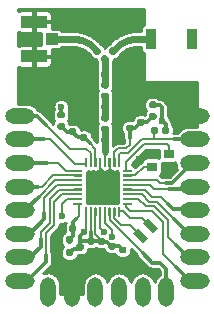
<source format=gbr>
%TF.GenerationSoftware,KiCad,Pcbnew,(5.1.6)-1*%
%TF.CreationDate,2021-01-29T18:20:15+05:30*%
%TF.ProjectId,Bluetooth_Module,426c7565-746f-46f7-9468-5f4d6f64756c,rev?*%
%TF.SameCoordinates,Original*%
%TF.FileFunction,Copper,L1,Top*%
%TF.FilePolarity,Positive*%
%FSLAX46Y46*%
G04 Gerber Fmt 4.6, Leading zero omitted, Abs format (unit mm)*
G04 Created by KiCad (PCBNEW (5.1.6)-1) date 2021-01-29 18:20:15*
%MOMM*%
%LPD*%
G01*
G04 APERTURE LIST*
%TA.AperFunction,SMDPad,CuDef*%
%ADD10O,2.500000X1.300000*%
%TD*%
%TA.AperFunction,ComponentPad*%
%ADD11C,1.300000*%
%TD*%
%TA.AperFunction,SMDPad,CuDef*%
%ADD12O,1.300000X2.500000*%
%TD*%
%TA.AperFunction,SMDPad,CuDef*%
%ADD13R,0.900000X1.700000*%
%TD*%
%TA.AperFunction,SMDPad,CuDef*%
%ADD14R,2.700000X2.700000*%
%TD*%
%TA.AperFunction,SMDPad,CuDef*%
%ADD15C,0.100000*%
%TD*%
%TA.AperFunction,SMDPad,CuDef*%
%ADD16R,0.900000X0.800000*%
%TD*%
%TA.AperFunction,SMDPad,CuDef*%
%ADD17R,2.200000X1.050000*%
%TD*%
%TA.AperFunction,SMDPad,CuDef*%
%ADD18R,1.050000X1.000000*%
%TD*%
%TA.AperFunction,ViaPad*%
%ADD19C,0.600000*%
%TD*%
%TA.AperFunction,Conductor*%
%ADD20C,0.600000*%
%TD*%
%TA.AperFunction,Conductor*%
%ADD21C,0.300000*%
%TD*%
%TA.AperFunction,Conductor*%
%ADD22C,0.200000*%
%TD*%
%TA.AperFunction,Conductor*%
%ADD23C,0.400000*%
%TD*%
%TA.AperFunction,Conductor*%
%ADD24C,0.254000*%
%TD*%
G04 APERTURE END LIST*
%TO.P,C25,1*%
%TO.N,Net-(C25-Pad1)*%
%TA.AperFunction,SMDPad,CuDef*%
G36*
G01*
X108095000Y-83577500D02*
X108095000Y-83922500D01*
G75*
G02*
X107947500Y-84070000I-147500J0D01*
G01*
X107652500Y-84070000D01*
G75*
G02*
X107505000Y-83922500I0J147500D01*
G01*
X107505000Y-83577500D01*
G75*
G02*
X107652500Y-83430000I147500J0D01*
G01*
X107947500Y-83430000D01*
G75*
G02*
X108095000Y-83577500I0J-147500D01*
G01*
G37*
%TD.AperFunction*%
%TO.P,C25,2*%
%TO.N,GND*%
%TA.AperFunction,SMDPad,CuDef*%
G36*
G01*
X107125000Y-83577500D02*
X107125000Y-83922500D01*
G75*
G02*
X106977500Y-84070000I-147500J0D01*
G01*
X106682500Y-84070000D01*
G75*
G02*
X106535000Y-83922500I0J147500D01*
G01*
X106535000Y-83577500D01*
G75*
G02*
X106682500Y-83430000I147500J0D01*
G01*
X106977500Y-83430000D01*
G75*
G02*
X107125000Y-83577500I0J-147500D01*
G01*
G37*
%TD.AperFunction*%
%TD*%
D10*
%TO.P,J12,1*%
%TO.N,PB00*%
X100600000Y-86500000D03*
D11*
X100000000Y-86500000D03*
%TD*%
D12*
%TO.P,J1,1*%
%TO.N,PA06*%
X103000000Y-99400000D03*
D11*
X103000000Y-100000000D03*
%TD*%
D10*
%TO.P,J2,1*%
%TO.N,PA05*%
X100600000Y-98500000D03*
D11*
X100000000Y-98500000D03*
%TD*%
D10*
%TO.P,J3,1*%
%TO.N,PA04*%
X100600000Y-96500000D03*
D11*
X100000000Y-96500000D03*
%TD*%
D10*
%TO.P,J4,1*%
%TO.N,PA03*%
X100600000Y-94500000D03*
D11*
X100000000Y-94500000D03*
%TD*%
D10*
%TO.P,J5,1*%
%TO.N,PA02*%
X100600000Y-92500000D03*
D11*
X100000000Y-92500000D03*
%TD*%
D10*
%TO.P,J6,1*%
%TO.N,PA01*%
X100600000Y-90500000D03*
D11*
X100000000Y-90500000D03*
%TD*%
D10*
%TO.P,J7,1*%
%TO.N,PA00*%
X100600000Y-88500000D03*
D11*
X100000000Y-88500000D03*
%TD*%
D12*
%TO.P,J8,1*%
%TO.N,+3V3*%
X107000000Y-99400000D03*
D11*
X107000000Y-100000000D03*
%TD*%
D12*
%TO.P,J9,1*%
%TO.N,PD02*%
X113000000Y-99400000D03*
D11*
X113000000Y-100000000D03*
%TD*%
D12*
%TO.P,J10,1*%
%TO.N,PD03*%
X111000000Y-99400000D03*
D11*
X111000000Y-100000000D03*
%TD*%
D12*
%TO.P,J11,1*%
%TO.N,PD04*%
X109000000Y-99400000D03*
D11*
X109000000Y-100000000D03*
%TD*%
D10*
%TO.P,J14,1*%
%TO.N,GND*%
X115400000Y-84500000D03*
D11*
X116000000Y-84500000D03*
%TD*%
D10*
%TO.P,J15,1*%
%TO.N,PC05*%
X115400000Y-88500000D03*
D11*
X116000000Y-88500000D03*
%TD*%
D10*
%TO.P,J16,1*%
%TO.N,PC04*%
X115400000Y-90500000D03*
D11*
X116000000Y-90500000D03*
%TD*%
D10*
%TO.P,J17,1*%
%TO.N,PC03*%
X115400000Y-92500000D03*
D11*
X116000000Y-92500000D03*
%TD*%
D10*
%TO.P,J18,1*%
%TO.N,PC02*%
X115400000Y-94500000D03*
D11*
X116000000Y-94500000D03*
%TD*%
D10*
%TO.P,J19,1*%
%TO.N,PC01*%
X115400000Y-96500000D03*
D11*
X116000000Y-96500000D03*
%TD*%
D10*
%TO.P,J20,1*%
%TO.N,PC00*%
X115400000Y-98500000D03*
D11*
X116000000Y-98500000D03*
%TD*%
D10*
%TO.P,J21,1*%
%TO.N,RST*%
X115400000Y-86500000D03*
D11*
X116000000Y-86500000D03*
%TD*%
D12*
%TO.P,J22,1*%
%TO.N,GND*%
X105000000Y-99400000D03*
D11*
X105000000Y-100000000D03*
%TD*%
D10*
%TO.P,J13,1*%
%TO.N,PB01*%
X100600000Y-84500000D03*
D11*
X100000000Y-84500000D03*
%TD*%
%TO.P,TP1,1*%
%TO.N,Net-(J23-Pad1)*%
%TA.AperFunction,SMDPad,CuDef*%
G36*
G01*
X106993934Y-79318198D02*
X106781802Y-79106066D01*
G75*
G02*
X106781802Y-78893934I106066J106066D01*
G01*
X106993934Y-78681802D01*
G75*
G02*
X107206066Y-78681802I106066J-106066D01*
G01*
X107418198Y-78893934D01*
G75*
G02*
X107418198Y-79106066I-106066J-106066D01*
G01*
X107206066Y-79318198D01*
G75*
G02*
X106993934Y-79318198I-106066J106066D01*
G01*
G37*
%TD.AperFunction*%
%TD*%
%TO.P,TP3,1*%
%TO.N,Net-(C27-Pad1)*%
%TA.AperFunction,SMDPad,CuDef*%
G36*
G01*
X107693934Y-80018198D02*
X107481802Y-79806066D01*
G75*
G02*
X107481802Y-79593934I106066J106066D01*
G01*
X107693934Y-79381802D01*
G75*
G02*
X107906066Y-79381802I106066J-106066D01*
G01*
X108118198Y-79593934D01*
G75*
G02*
X108118198Y-79806066I-106066J-106066D01*
G01*
X107906066Y-80018198D01*
G75*
G02*
X107693934Y-80018198I-106066J106066D01*
G01*
G37*
%TD.AperFunction*%
%TD*%
%TO.P,TP2,1*%
%TO.N,Net-(AE1-Pad1)*%
%TA.AperFunction,SMDPad,CuDef*%
G36*
G01*
X108393934Y-79318198D02*
X108181802Y-79106066D01*
G75*
G02*
X108181802Y-78893934I106066J106066D01*
G01*
X108393934Y-78681802D01*
G75*
G02*
X108606066Y-78681802I106066J-106066D01*
G01*
X108818198Y-78893934D01*
G75*
G02*
X108818198Y-79106066I-106066J-106066D01*
G01*
X108606066Y-79318198D01*
G75*
G02*
X108393934Y-79318198I-106066J106066D01*
G01*
G37*
%TD.AperFunction*%
%TD*%
D13*
%TO.P,AE1,1*%
%TO.N,Net-(AE1-Pad1)*%
X111700000Y-78000000D03*
%TO.P,AE1,2*%
%TO.N,Net-(AE1-Pad2)*%
X115200000Y-78000000D03*
%TD*%
%TO.P,C1,2*%
%TO.N,GND*%
%TA.AperFunction,SMDPad,CuDef*%
G36*
G01*
X109127500Y-96540000D02*
X109472500Y-96540000D01*
G75*
G02*
X109620000Y-96687500I0J-147500D01*
G01*
X109620000Y-96982500D01*
G75*
G02*
X109472500Y-97130000I-147500J0D01*
G01*
X109127500Y-97130000D01*
G75*
G02*
X108980000Y-96982500I0J147500D01*
G01*
X108980000Y-96687500D01*
G75*
G02*
X109127500Y-96540000I147500J0D01*
G01*
G37*
%TD.AperFunction*%
%TO.P,C1,1*%
%TO.N,+3V3*%
%TA.AperFunction,SMDPad,CuDef*%
G36*
G01*
X109127500Y-95570000D02*
X109472500Y-95570000D01*
G75*
G02*
X109620000Y-95717500I0J-147500D01*
G01*
X109620000Y-96012500D01*
G75*
G02*
X109472500Y-96160000I-147500J0D01*
G01*
X109127500Y-96160000D01*
G75*
G02*
X108980000Y-96012500I0J147500D01*
G01*
X108980000Y-95717500D01*
G75*
G02*
X109127500Y-95570000I147500J0D01*
G01*
G37*
%TD.AperFunction*%
%TD*%
%TO.P,C2,1*%
%TO.N,+3V3*%
%TA.AperFunction,SMDPad,CuDef*%
G36*
G01*
X108227500Y-95270000D02*
X108572500Y-95270000D01*
G75*
G02*
X108720000Y-95417500I0J-147500D01*
G01*
X108720000Y-95712500D01*
G75*
G02*
X108572500Y-95860000I-147500J0D01*
G01*
X108227500Y-95860000D01*
G75*
G02*
X108080000Y-95712500I0J147500D01*
G01*
X108080000Y-95417500D01*
G75*
G02*
X108227500Y-95270000I147500J0D01*
G01*
G37*
%TD.AperFunction*%
%TO.P,C2,2*%
%TO.N,GND*%
%TA.AperFunction,SMDPad,CuDef*%
G36*
G01*
X108227500Y-96240000D02*
X108572500Y-96240000D01*
G75*
G02*
X108720000Y-96387500I0J-147500D01*
G01*
X108720000Y-96682500D01*
G75*
G02*
X108572500Y-96830000I-147500J0D01*
G01*
X108227500Y-96830000D01*
G75*
G02*
X108080000Y-96682500I0J147500D01*
G01*
X108080000Y-96387500D01*
G75*
G02*
X108227500Y-96240000I147500J0D01*
G01*
G37*
%TD.AperFunction*%
%TD*%
%TO.P,C5,2*%
%TO.N,GND*%
%TA.AperFunction,SMDPad,CuDef*%
G36*
G01*
X104627500Y-96790000D02*
X104972500Y-96790000D01*
G75*
G02*
X105120000Y-96937500I0J-147500D01*
G01*
X105120000Y-97232500D01*
G75*
G02*
X104972500Y-97380000I-147500J0D01*
G01*
X104627500Y-97380000D01*
G75*
G02*
X104480000Y-97232500I0J147500D01*
G01*
X104480000Y-96937500D01*
G75*
G02*
X104627500Y-96790000I147500J0D01*
G01*
G37*
%TD.AperFunction*%
%TO.P,C5,1*%
%TO.N,+3V3*%
%TA.AperFunction,SMDPad,CuDef*%
G36*
G01*
X104627500Y-95820000D02*
X104972500Y-95820000D01*
G75*
G02*
X105120000Y-95967500I0J-147500D01*
G01*
X105120000Y-96262500D01*
G75*
G02*
X104972500Y-96410000I-147500J0D01*
G01*
X104627500Y-96410000D01*
G75*
G02*
X104480000Y-96262500I0J147500D01*
G01*
X104480000Y-95967500D01*
G75*
G02*
X104627500Y-95820000I147500J0D01*
G01*
G37*
%TD.AperFunction*%
%TD*%
%TO.P,C6,1*%
%TO.N,+3V3*%
%TA.AperFunction,SMDPad,CuDef*%
G36*
G01*
X105527500Y-95320000D02*
X105872500Y-95320000D01*
G75*
G02*
X106020000Y-95467500I0J-147500D01*
G01*
X106020000Y-95762500D01*
G75*
G02*
X105872500Y-95910000I-147500J0D01*
G01*
X105527500Y-95910000D01*
G75*
G02*
X105380000Y-95762500I0J147500D01*
G01*
X105380000Y-95467500D01*
G75*
G02*
X105527500Y-95320000I147500J0D01*
G01*
G37*
%TD.AperFunction*%
%TO.P,C6,2*%
%TO.N,GND*%
%TA.AperFunction,SMDPad,CuDef*%
G36*
G01*
X105527500Y-96290000D02*
X105872500Y-96290000D01*
G75*
G02*
X106020000Y-96437500I0J-147500D01*
G01*
X106020000Y-96732500D01*
G75*
G02*
X105872500Y-96880000I-147500J0D01*
G01*
X105527500Y-96880000D01*
G75*
G02*
X105380000Y-96732500I0J147500D01*
G01*
X105380000Y-96437500D01*
G75*
G02*
X105527500Y-96290000I147500J0D01*
G01*
G37*
%TD.AperFunction*%
%TD*%
%TO.P,C7,1*%
%TO.N,+3V3*%
%TA.AperFunction,SMDPad,CuDef*%
G36*
G01*
X106427500Y-94820000D02*
X106772500Y-94820000D01*
G75*
G02*
X106920000Y-94967500I0J-147500D01*
G01*
X106920000Y-95262500D01*
G75*
G02*
X106772500Y-95410000I-147500J0D01*
G01*
X106427500Y-95410000D01*
G75*
G02*
X106280000Y-95262500I0J147500D01*
G01*
X106280000Y-94967500D01*
G75*
G02*
X106427500Y-94820000I147500J0D01*
G01*
G37*
%TD.AperFunction*%
%TO.P,C7,2*%
%TO.N,GND*%
%TA.AperFunction,SMDPad,CuDef*%
G36*
G01*
X106427500Y-95790000D02*
X106772500Y-95790000D01*
G75*
G02*
X106920000Y-95937500I0J-147500D01*
G01*
X106920000Y-96232500D01*
G75*
G02*
X106772500Y-96380000I-147500J0D01*
G01*
X106427500Y-96380000D01*
G75*
G02*
X106280000Y-96232500I0J147500D01*
G01*
X106280000Y-95937500D01*
G75*
G02*
X106427500Y-95790000I147500J0D01*
G01*
G37*
%TD.AperFunction*%
%TD*%
%TO.P,C10,1*%
%TO.N,+3V3*%
%TA.AperFunction,SMDPad,CuDef*%
G36*
G01*
X107327500Y-94820000D02*
X107672500Y-94820000D01*
G75*
G02*
X107820000Y-94967500I0J-147500D01*
G01*
X107820000Y-95262500D01*
G75*
G02*
X107672500Y-95410000I-147500J0D01*
G01*
X107327500Y-95410000D01*
G75*
G02*
X107180000Y-95262500I0J147500D01*
G01*
X107180000Y-94967500D01*
G75*
G02*
X107327500Y-94820000I147500J0D01*
G01*
G37*
%TD.AperFunction*%
%TO.P,C10,2*%
%TO.N,GND*%
%TA.AperFunction,SMDPad,CuDef*%
G36*
G01*
X107327500Y-95790000D02*
X107672500Y-95790000D01*
G75*
G02*
X107820000Y-95937500I0J-147500D01*
G01*
X107820000Y-96232500D01*
G75*
G02*
X107672500Y-96380000I-147500J0D01*
G01*
X107327500Y-96380000D01*
G75*
G02*
X107180000Y-96232500I0J147500D01*
G01*
X107180000Y-95937500D01*
G75*
G02*
X107327500Y-95790000I147500J0D01*
G01*
G37*
%TD.AperFunction*%
%TD*%
%TO.P,C11,1*%
%TO.N,Net-(C11-Pad1)*%
%TA.AperFunction,SMDPad,CuDef*%
G36*
G01*
X105080000Y-94827500D02*
X105080000Y-95172500D01*
G75*
G02*
X104932500Y-95320000I-147500J0D01*
G01*
X104637500Y-95320000D01*
G75*
G02*
X104490000Y-95172500I0J147500D01*
G01*
X104490000Y-94827500D01*
G75*
G02*
X104637500Y-94680000I147500J0D01*
G01*
X104932500Y-94680000D01*
G75*
G02*
X105080000Y-94827500I0J-147500D01*
G01*
G37*
%TD.AperFunction*%
%TO.P,C11,2*%
%TO.N,GND*%
%TA.AperFunction,SMDPad,CuDef*%
G36*
G01*
X104110000Y-94827500D02*
X104110000Y-95172500D01*
G75*
G02*
X103962500Y-95320000I-147500J0D01*
G01*
X103667500Y-95320000D01*
G75*
G02*
X103520000Y-95172500I0J147500D01*
G01*
X103520000Y-94827500D01*
G75*
G02*
X103667500Y-94680000I147500J0D01*
G01*
X103962500Y-94680000D01*
G75*
G02*
X104110000Y-94827500I0J-147500D01*
G01*
G37*
%TD.AperFunction*%
%TD*%
%TO.P,C12,2*%
%TO.N,GND*%
%TA.AperFunction,SMDPad,CuDef*%
G36*
G01*
X104410000Y-93877500D02*
X104410000Y-94222500D01*
G75*
G02*
X104262500Y-94370000I-147500J0D01*
G01*
X103967500Y-94370000D01*
G75*
G02*
X103820000Y-94222500I0J147500D01*
G01*
X103820000Y-93877500D01*
G75*
G02*
X103967500Y-93730000I147500J0D01*
G01*
X104262500Y-93730000D01*
G75*
G02*
X104410000Y-93877500I0J-147500D01*
G01*
G37*
%TD.AperFunction*%
%TO.P,C12,1*%
%TO.N,Net-(C11-Pad1)*%
%TA.AperFunction,SMDPad,CuDef*%
G36*
G01*
X105380000Y-93877500D02*
X105380000Y-94222500D01*
G75*
G02*
X105232500Y-94370000I-147500J0D01*
G01*
X104937500Y-94370000D01*
G75*
G02*
X104790000Y-94222500I0J147500D01*
G01*
X104790000Y-93877500D01*
G75*
G02*
X104937500Y-93730000I147500J0D01*
G01*
X105232500Y-93730000D01*
G75*
G02*
X105380000Y-93877500I0J-147500D01*
G01*
G37*
%TD.AperFunction*%
%TD*%
%TO.P,C20,2*%
%TO.N,GND*%
%TA.AperFunction,SMDPad,CuDef*%
G36*
G01*
X111022500Y-84375000D02*
X110677500Y-84375000D01*
G75*
G02*
X110530000Y-84227500I0J147500D01*
G01*
X110530000Y-83932500D01*
G75*
G02*
X110677500Y-83785000I147500J0D01*
G01*
X111022500Y-83785000D01*
G75*
G02*
X111170000Y-83932500I0J-147500D01*
G01*
X111170000Y-84227500D01*
G75*
G02*
X111022500Y-84375000I-147500J0D01*
G01*
G37*
%TD.AperFunction*%
%TO.P,C20,1*%
%TO.N,Net-(C20-Pad1)*%
%TA.AperFunction,SMDPad,CuDef*%
G36*
G01*
X111022500Y-85345000D02*
X110677500Y-85345000D01*
G75*
G02*
X110530000Y-85197500I0J147500D01*
G01*
X110530000Y-84902500D01*
G75*
G02*
X110677500Y-84755000I147500J0D01*
G01*
X111022500Y-84755000D01*
G75*
G02*
X111170000Y-84902500I0J-147500D01*
G01*
X111170000Y-85197500D01*
G75*
G02*
X111022500Y-85345000I-147500J0D01*
G01*
G37*
%TD.AperFunction*%
%TD*%
%TO.P,C21,2*%
%TO.N,GND*%
%TA.AperFunction,SMDPad,CuDef*%
G36*
G01*
X110072500Y-84860000D02*
X109727500Y-84860000D01*
G75*
G02*
X109580000Y-84712500I0J147500D01*
G01*
X109580000Y-84417500D01*
G75*
G02*
X109727500Y-84270000I147500J0D01*
G01*
X110072500Y-84270000D01*
G75*
G02*
X110220000Y-84417500I0J-147500D01*
G01*
X110220000Y-84712500D01*
G75*
G02*
X110072500Y-84860000I-147500J0D01*
G01*
G37*
%TD.AperFunction*%
%TO.P,C21,1*%
%TO.N,Net-(C20-Pad1)*%
%TA.AperFunction,SMDPad,CuDef*%
G36*
G01*
X110072500Y-85830000D02*
X109727500Y-85830000D01*
G75*
G02*
X109580000Y-85682500I0J147500D01*
G01*
X109580000Y-85387500D01*
G75*
G02*
X109727500Y-85240000I147500J0D01*
G01*
X110072500Y-85240000D01*
G75*
G02*
X110220000Y-85387500I0J-147500D01*
G01*
X110220000Y-85682500D01*
G75*
G02*
X110072500Y-85830000I-147500J0D01*
G01*
G37*
%TD.AperFunction*%
%TD*%
%TO.P,C22,1*%
%TO.N,Net-(C22-Pad1)*%
%TA.AperFunction,SMDPad,CuDef*%
G36*
G01*
X106172500Y-86630000D02*
X105827500Y-86630000D01*
G75*
G02*
X105680000Y-86482500I0J147500D01*
G01*
X105680000Y-86187500D01*
G75*
G02*
X105827500Y-86040000I147500J0D01*
G01*
X106172500Y-86040000D01*
G75*
G02*
X106320000Y-86187500I0J-147500D01*
G01*
X106320000Y-86482500D01*
G75*
G02*
X106172500Y-86630000I-147500J0D01*
G01*
G37*
%TD.AperFunction*%
%TO.P,C22,2*%
%TO.N,GND*%
%TA.AperFunction,SMDPad,CuDef*%
G36*
G01*
X106172500Y-85660000D02*
X105827500Y-85660000D01*
G75*
G02*
X105680000Y-85512500I0J147500D01*
G01*
X105680000Y-85217500D01*
G75*
G02*
X105827500Y-85070000I147500J0D01*
G01*
X106172500Y-85070000D01*
G75*
G02*
X106320000Y-85217500I0J-147500D01*
G01*
X106320000Y-85512500D01*
G75*
G02*
X106172500Y-85660000I-147500J0D01*
G01*
G37*
%TD.AperFunction*%
%TD*%
%TO.P,C23,2*%
%TO.N,GND*%
%TA.AperFunction,SMDPad,CuDef*%
G36*
G01*
X105222500Y-85175000D02*
X104877500Y-85175000D01*
G75*
G02*
X104730000Y-85027500I0J147500D01*
G01*
X104730000Y-84732500D01*
G75*
G02*
X104877500Y-84585000I147500J0D01*
G01*
X105222500Y-84585000D01*
G75*
G02*
X105370000Y-84732500I0J-147500D01*
G01*
X105370000Y-85027500D01*
G75*
G02*
X105222500Y-85175000I-147500J0D01*
G01*
G37*
%TD.AperFunction*%
%TO.P,C23,1*%
%TO.N,Net-(C22-Pad1)*%
%TA.AperFunction,SMDPad,CuDef*%
G36*
G01*
X105222500Y-86145000D02*
X104877500Y-86145000D01*
G75*
G02*
X104730000Y-85997500I0J147500D01*
G01*
X104730000Y-85702500D01*
G75*
G02*
X104877500Y-85555000I147500J0D01*
G01*
X105222500Y-85555000D01*
G75*
G02*
X105370000Y-85702500I0J-147500D01*
G01*
X105370000Y-85997500D01*
G75*
G02*
X105222500Y-86145000I-147500J0D01*
G01*
G37*
%TD.AperFunction*%
%TD*%
%TO.P,C24,2*%
%TO.N,GND*%
%TA.AperFunction,SMDPad,CuDef*%
G36*
G01*
X108475000Y-86722500D02*
X108475000Y-86377500D01*
G75*
G02*
X108622500Y-86230000I147500J0D01*
G01*
X108917500Y-86230000D01*
G75*
G02*
X109065000Y-86377500I0J-147500D01*
G01*
X109065000Y-86722500D01*
G75*
G02*
X108917500Y-86870000I-147500J0D01*
G01*
X108622500Y-86870000D01*
G75*
G02*
X108475000Y-86722500I0J147500D01*
G01*
G37*
%TD.AperFunction*%
%TO.P,C24,1*%
%TO.N,Net-(C24-Pad1)*%
%TA.AperFunction,SMDPad,CuDef*%
G36*
G01*
X107505000Y-86722500D02*
X107505000Y-86377500D01*
G75*
G02*
X107652500Y-86230000I147500J0D01*
G01*
X107947500Y-86230000D01*
G75*
G02*
X108095000Y-86377500I0J-147500D01*
G01*
X108095000Y-86722500D01*
G75*
G02*
X107947500Y-86870000I-147500J0D01*
G01*
X107652500Y-86870000D01*
G75*
G02*
X107505000Y-86722500I0J147500D01*
G01*
G37*
%TD.AperFunction*%
%TD*%
%TO.P,C27,1*%
%TO.N,Net-(C27-Pad1)*%
%TA.AperFunction,SMDPad,CuDef*%
G36*
G01*
X107505000Y-81172500D02*
X107505000Y-80827500D01*
G75*
G02*
X107652500Y-80680000I147500J0D01*
G01*
X107947500Y-80680000D01*
G75*
G02*
X108095000Y-80827500I0J-147500D01*
G01*
X108095000Y-81172500D01*
G75*
G02*
X107947500Y-81320000I-147500J0D01*
G01*
X107652500Y-81320000D01*
G75*
G02*
X107505000Y-81172500I0J147500D01*
G01*
G37*
%TD.AperFunction*%
%TO.P,C27,2*%
%TO.N,GND*%
%TA.AperFunction,SMDPad,CuDef*%
G36*
G01*
X108475000Y-81172500D02*
X108475000Y-80827500D01*
G75*
G02*
X108622500Y-80680000I147500J0D01*
G01*
X108917500Y-80680000D01*
G75*
G02*
X109065000Y-80827500I0J-147500D01*
G01*
X109065000Y-81172500D01*
G75*
G02*
X108917500Y-81320000I-147500J0D01*
G01*
X108622500Y-81320000D01*
G75*
G02*
X108475000Y-81172500I0J147500D01*
G01*
G37*
%TD.AperFunction*%
%TD*%
%TO.P,L3,1*%
%TO.N,Net-(C20-Pad1)*%
%TA.AperFunction,SMDPad,CuDef*%
G36*
G01*
X112022500Y-84845000D02*
X111677500Y-84845000D01*
G75*
G02*
X111530000Y-84697500I0J147500D01*
G01*
X111530000Y-84402500D01*
G75*
G02*
X111677500Y-84255000I147500J0D01*
G01*
X112022500Y-84255000D01*
G75*
G02*
X112170000Y-84402500I0J-147500D01*
G01*
X112170000Y-84697500D01*
G75*
G02*
X112022500Y-84845000I-147500J0D01*
G01*
G37*
%TD.AperFunction*%
%TO.P,L3,2*%
%TO.N,+3V3*%
%TA.AperFunction,SMDPad,CuDef*%
G36*
G01*
X112022500Y-83875000D02*
X111677500Y-83875000D01*
G75*
G02*
X111530000Y-83727500I0J147500D01*
G01*
X111530000Y-83432500D01*
G75*
G02*
X111677500Y-83285000I147500J0D01*
G01*
X112022500Y-83285000D01*
G75*
G02*
X112170000Y-83432500I0J-147500D01*
G01*
X112170000Y-83727500D01*
G75*
G02*
X112022500Y-83875000I-147500J0D01*
G01*
G37*
%TD.AperFunction*%
%TD*%
%TO.P,L4,1*%
%TO.N,Net-(C22-Pad1)*%
%TA.AperFunction,SMDPad,CuDef*%
G36*
G01*
X104272500Y-85695000D02*
X103927500Y-85695000D01*
G75*
G02*
X103780000Y-85547500I0J147500D01*
G01*
X103780000Y-85252500D01*
G75*
G02*
X103927500Y-85105000I147500J0D01*
G01*
X104272500Y-85105000D01*
G75*
G02*
X104420000Y-85252500I0J-147500D01*
G01*
X104420000Y-85547500D01*
G75*
G02*
X104272500Y-85695000I-147500J0D01*
G01*
G37*
%TD.AperFunction*%
%TO.P,L4,2*%
%TO.N,+3V3*%
%TA.AperFunction,SMDPad,CuDef*%
G36*
G01*
X104272500Y-84725000D02*
X103927500Y-84725000D01*
G75*
G02*
X103780000Y-84577500I0J147500D01*
G01*
X103780000Y-84282500D01*
G75*
G02*
X103927500Y-84135000I147500J0D01*
G01*
X104272500Y-84135000D01*
G75*
G02*
X104420000Y-84282500I0J-147500D01*
G01*
X104420000Y-84577500D01*
G75*
G02*
X104272500Y-84725000I-147500J0D01*
G01*
G37*
%TD.AperFunction*%
%TD*%
%TO.P,L5,2*%
%TO.N,Net-(C25-Pad1)*%
%TA.AperFunction,SMDPad,CuDef*%
G36*
G01*
X107972500Y-84960000D02*
X107627500Y-84960000D01*
G75*
G02*
X107480000Y-84812500I0J147500D01*
G01*
X107480000Y-84517500D01*
G75*
G02*
X107627500Y-84370000I147500J0D01*
G01*
X107972500Y-84370000D01*
G75*
G02*
X108120000Y-84517500I0J-147500D01*
G01*
X108120000Y-84812500D01*
G75*
G02*
X107972500Y-84960000I-147500J0D01*
G01*
G37*
%TD.AperFunction*%
%TO.P,L5,1*%
%TO.N,Net-(C24-Pad1)*%
%TA.AperFunction,SMDPad,CuDef*%
G36*
G01*
X107972500Y-85930000D02*
X107627500Y-85930000D01*
G75*
G02*
X107480000Y-85782500I0J147500D01*
G01*
X107480000Y-85487500D01*
G75*
G02*
X107627500Y-85340000I147500J0D01*
G01*
X107972500Y-85340000D01*
G75*
G02*
X108120000Y-85487500I0J-147500D01*
G01*
X108120000Y-85782500D01*
G75*
G02*
X107972500Y-85930000I-147500J0D01*
G01*
G37*
%TD.AperFunction*%
%TD*%
%TO.P,L6,2*%
%TO.N,Net-(C27-Pad1)*%
%TA.AperFunction,SMDPad,CuDef*%
G36*
G01*
X107972500Y-82175000D02*
X107627500Y-82175000D01*
G75*
G02*
X107480000Y-82027500I0J147500D01*
G01*
X107480000Y-81732500D01*
G75*
G02*
X107627500Y-81585000I147500J0D01*
G01*
X107972500Y-81585000D01*
G75*
G02*
X108120000Y-81732500I0J-147500D01*
G01*
X108120000Y-82027500D01*
G75*
G02*
X107972500Y-82175000I-147500J0D01*
G01*
G37*
%TD.AperFunction*%
%TO.P,L6,1*%
%TO.N,Net-(C25-Pad1)*%
%TA.AperFunction,SMDPad,CuDef*%
G36*
G01*
X107972500Y-83145000D02*
X107627500Y-83145000D01*
G75*
G02*
X107480000Y-82997500I0J147500D01*
G01*
X107480000Y-82702500D01*
G75*
G02*
X107627500Y-82555000I147500J0D01*
G01*
X107972500Y-82555000D01*
G75*
G02*
X108120000Y-82702500I0J-147500D01*
G01*
X108120000Y-82997500D01*
G75*
G02*
X107972500Y-83145000I-147500J0D01*
G01*
G37*
%TD.AperFunction*%
%TD*%
%TO.P,R1,1*%
%TO.N,+3V3*%
%TA.AperFunction,SMDPad,CuDef*%
G36*
G01*
X113230000Y-85577500D02*
X113230000Y-85922500D01*
G75*
G02*
X113082500Y-86070000I-147500J0D01*
G01*
X112787500Y-86070000D01*
G75*
G02*
X112640000Y-85922500I0J147500D01*
G01*
X112640000Y-85577500D01*
G75*
G02*
X112787500Y-85430000I147500J0D01*
G01*
X113082500Y-85430000D01*
G75*
G02*
X113230000Y-85577500I0J-147500D01*
G01*
G37*
%TD.AperFunction*%
%TO.P,R1,2*%
%TO.N,RST*%
%TA.AperFunction,SMDPad,CuDef*%
G36*
G01*
X112260000Y-85577500D02*
X112260000Y-85922500D01*
G75*
G02*
X112112500Y-86070000I-147500J0D01*
G01*
X111817500Y-86070000D01*
G75*
G02*
X111670000Y-85922500I0J147500D01*
G01*
X111670000Y-85577500D01*
G75*
G02*
X111817500Y-85430000I147500J0D01*
G01*
X112112500Y-85430000D01*
G75*
G02*
X112260000Y-85577500I0J-147500D01*
G01*
G37*
%TD.AperFunction*%
%TD*%
%TO.P,U3,1*%
%TO.N,PC00*%
%TA.AperFunction,SMDPad,CuDef*%
G36*
G01*
X110100000Y-91900000D02*
X110100000Y-92000000D01*
G75*
G02*
X110050000Y-92050000I-50000J0D01*
G01*
X109350000Y-92050000D01*
G75*
G02*
X109300000Y-92000000I0J50000D01*
G01*
X109300000Y-91900000D01*
G75*
G02*
X109350000Y-91850000I50000J0D01*
G01*
X110050000Y-91850000D01*
G75*
G02*
X110100000Y-91900000I0J-50000D01*
G01*
G37*
%TD.AperFunction*%
%TO.P,U3,2*%
%TO.N,PC01*%
%TA.AperFunction,SMDPad,CuDef*%
G36*
G01*
X110100000Y-91500000D02*
X110100000Y-91600000D01*
G75*
G02*
X110050000Y-91650000I-50000J0D01*
G01*
X109350000Y-91650000D01*
G75*
G02*
X109300000Y-91600000I0J50000D01*
G01*
X109300000Y-91500000D01*
G75*
G02*
X109350000Y-91450000I50000J0D01*
G01*
X110050000Y-91450000D01*
G75*
G02*
X110100000Y-91500000I0J-50000D01*
G01*
G37*
%TD.AperFunction*%
%TO.P,U3,3*%
%TO.N,PC02*%
%TA.AperFunction,SMDPad,CuDef*%
G36*
G01*
X110100000Y-91100000D02*
X110100000Y-91200000D01*
G75*
G02*
X110050000Y-91250000I-50000J0D01*
G01*
X109350000Y-91250000D01*
G75*
G02*
X109300000Y-91200000I0J50000D01*
G01*
X109300000Y-91100000D01*
G75*
G02*
X109350000Y-91050000I50000J0D01*
G01*
X110050000Y-91050000D01*
G75*
G02*
X110100000Y-91100000I0J-50000D01*
G01*
G37*
%TD.AperFunction*%
%TO.P,U3,4*%
%TO.N,PC03*%
%TA.AperFunction,SMDPad,CuDef*%
G36*
G01*
X110100000Y-90700000D02*
X110100000Y-90800000D01*
G75*
G02*
X110050000Y-90850000I-50000J0D01*
G01*
X109350000Y-90850000D01*
G75*
G02*
X109300000Y-90800000I0J50000D01*
G01*
X109300000Y-90700000D01*
G75*
G02*
X109350000Y-90650000I50000J0D01*
G01*
X110050000Y-90650000D01*
G75*
G02*
X110100000Y-90700000I0J-50000D01*
G01*
G37*
%TD.AperFunction*%
%TO.P,U3,5*%
%TO.N,PC04*%
%TA.AperFunction,SMDPad,CuDef*%
G36*
G01*
X110100000Y-90300000D02*
X110100000Y-90400000D01*
G75*
G02*
X110050000Y-90450000I-50000J0D01*
G01*
X109350000Y-90450000D01*
G75*
G02*
X109300000Y-90400000I0J50000D01*
G01*
X109300000Y-90300000D01*
G75*
G02*
X109350000Y-90250000I50000J0D01*
G01*
X110050000Y-90250000D01*
G75*
G02*
X110100000Y-90300000I0J-50000D01*
G01*
G37*
%TD.AperFunction*%
%TO.P,U3,6*%
%TO.N,PC05*%
%TA.AperFunction,SMDPad,CuDef*%
G36*
G01*
X110100000Y-89900000D02*
X110100000Y-90000000D01*
G75*
G02*
X110050000Y-90050000I-50000J0D01*
G01*
X109350000Y-90050000D01*
G75*
G02*
X109300000Y-90000000I0J50000D01*
G01*
X109300000Y-89900000D01*
G75*
G02*
X109350000Y-89850000I50000J0D01*
G01*
X110050000Y-89850000D01*
G75*
G02*
X110100000Y-89900000I0J-50000D01*
G01*
G37*
%TD.AperFunction*%
%TO.P,U3,7*%
%TO.N,Net-(U3-Pad7)*%
%TA.AperFunction,SMDPad,CuDef*%
G36*
G01*
X110100000Y-89500000D02*
X110100000Y-89600000D01*
G75*
G02*
X110050000Y-89650000I-50000J0D01*
G01*
X109350000Y-89650000D01*
G75*
G02*
X109300000Y-89600000I0J50000D01*
G01*
X109300000Y-89500000D01*
G75*
G02*
X109350000Y-89450000I50000J0D01*
G01*
X110050000Y-89450000D01*
G75*
G02*
X110100000Y-89500000I0J-50000D01*
G01*
G37*
%TD.AperFunction*%
%TO.P,U3,8*%
%TO.N,Net-(U3-Pad8)*%
%TA.AperFunction,SMDPad,CuDef*%
G36*
G01*
X110100000Y-89100000D02*
X110100000Y-89200000D01*
G75*
G02*
X110050000Y-89250000I-50000J0D01*
G01*
X109350000Y-89250000D01*
G75*
G02*
X109300000Y-89200000I0J50000D01*
G01*
X109300000Y-89100000D01*
G75*
G02*
X109350000Y-89050000I50000J0D01*
G01*
X110050000Y-89050000D01*
G75*
G02*
X110100000Y-89100000I0J-50000D01*
G01*
G37*
%TD.AperFunction*%
%TO.P,U3,9*%
%TO.N,RST*%
%TA.AperFunction,SMDPad,CuDef*%
G36*
G01*
X109100000Y-88100000D02*
X109100000Y-88800000D01*
G75*
G02*
X109050000Y-88850000I-50000J0D01*
G01*
X108950000Y-88850000D01*
G75*
G02*
X108900000Y-88800000I0J50000D01*
G01*
X108900000Y-88100000D01*
G75*
G02*
X108950000Y-88050000I50000J0D01*
G01*
X109050000Y-88050000D01*
G75*
G02*
X109100000Y-88100000I0J-50000D01*
G01*
G37*
%TD.AperFunction*%
%TO.P,U3,10*%
%TO.N,Net-(C20-Pad1)*%
%TA.AperFunction,SMDPad,CuDef*%
G36*
G01*
X108700000Y-88100000D02*
X108700000Y-88800000D01*
G75*
G02*
X108650000Y-88850000I-50000J0D01*
G01*
X108550000Y-88850000D01*
G75*
G02*
X108500000Y-88800000I0J50000D01*
G01*
X108500000Y-88100000D01*
G75*
G02*
X108550000Y-88050000I50000J0D01*
G01*
X108650000Y-88050000D01*
G75*
G02*
X108700000Y-88100000I0J-50000D01*
G01*
G37*
%TD.AperFunction*%
%TO.P,U3,11*%
%TO.N,GND*%
%TA.AperFunction,SMDPad,CuDef*%
G36*
G01*
X108300000Y-88100000D02*
X108300000Y-88800000D01*
G75*
G02*
X108250000Y-88850000I-50000J0D01*
G01*
X108150000Y-88850000D01*
G75*
G02*
X108100000Y-88800000I0J50000D01*
G01*
X108100000Y-88100000D01*
G75*
G02*
X108150000Y-88050000I50000J0D01*
G01*
X108250000Y-88050000D01*
G75*
G02*
X108300000Y-88100000I0J-50000D01*
G01*
G37*
%TD.AperFunction*%
%TO.P,U3,12*%
%TO.N,Net-(C24-Pad1)*%
%TA.AperFunction,SMDPad,CuDef*%
G36*
G01*
X107900000Y-88100000D02*
X107900000Y-88800000D01*
G75*
G02*
X107850000Y-88850000I-50000J0D01*
G01*
X107750000Y-88850000D01*
G75*
G02*
X107700000Y-88800000I0J50000D01*
G01*
X107700000Y-88100000D01*
G75*
G02*
X107750000Y-88050000I50000J0D01*
G01*
X107850000Y-88050000D01*
G75*
G02*
X107900000Y-88100000I0J-50000D01*
G01*
G37*
%TD.AperFunction*%
%TO.P,U3,13*%
%TO.N,GND*%
%TA.AperFunction,SMDPad,CuDef*%
G36*
G01*
X107500000Y-88100000D02*
X107500000Y-88800000D01*
G75*
G02*
X107450000Y-88850000I-50000J0D01*
G01*
X107350000Y-88850000D01*
G75*
G02*
X107300000Y-88800000I0J50000D01*
G01*
X107300000Y-88100000D01*
G75*
G02*
X107350000Y-88050000I50000J0D01*
G01*
X107450000Y-88050000D01*
G75*
G02*
X107500000Y-88100000I0J-50000D01*
G01*
G37*
%TD.AperFunction*%
%TO.P,U3,14*%
%TO.N,Net-(C22-Pad1)*%
%TA.AperFunction,SMDPad,CuDef*%
G36*
G01*
X107100000Y-88100000D02*
X107100000Y-88800000D01*
G75*
G02*
X107050000Y-88850000I-50000J0D01*
G01*
X106950000Y-88850000D01*
G75*
G02*
X106900000Y-88800000I0J50000D01*
G01*
X106900000Y-88100000D01*
G75*
G02*
X106950000Y-88050000I50000J0D01*
G01*
X107050000Y-88050000D01*
G75*
G02*
X107100000Y-88100000I0J-50000D01*
G01*
G37*
%TD.AperFunction*%
%TO.P,U3,15*%
%TO.N,PB01*%
%TA.AperFunction,SMDPad,CuDef*%
G36*
G01*
X106700000Y-88100000D02*
X106700000Y-88800000D01*
G75*
G02*
X106650000Y-88850000I-50000J0D01*
G01*
X106550000Y-88850000D01*
G75*
G02*
X106500000Y-88800000I0J50000D01*
G01*
X106500000Y-88100000D01*
G75*
G02*
X106550000Y-88050000I50000J0D01*
G01*
X106650000Y-88050000D01*
G75*
G02*
X106700000Y-88100000I0J-50000D01*
G01*
G37*
%TD.AperFunction*%
%TO.P,U3,16*%
%TO.N,PB00*%
%TA.AperFunction,SMDPad,CuDef*%
G36*
G01*
X106300000Y-88100000D02*
X106300000Y-88800000D01*
G75*
G02*
X106250000Y-88850000I-50000J0D01*
G01*
X106150000Y-88850000D01*
G75*
G02*
X106100000Y-88800000I0J50000D01*
G01*
X106100000Y-88100000D01*
G75*
G02*
X106150000Y-88050000I50000J0D01*
G01*
X106250000Y-88050000D01*
G75*
G02*
X106300000Y-88100000I0J-50000D01*
G01*
G37*
%TD.AperFunction*%
%TO.P,U3,17*%
%TO.N,PA00*%
%TA.AperFunction,SMDPad,CuDef*%
G36*
G01*
X105900000Y-89100000D02*
X105900000Y-89200000D01*
G75*
G02*
X105850000Y-89250000I-50000J0D01*
G01*
X105150000Y-89250000D01*
G75*
G02*
X105100000Y-89200000I0J50000D01*
G01*
X105100000Y-89100000D01*
G75*
G02*
X105150000Y-89050000I50000J0D01*
G01*
X105850000Y-89050000D01*
G75*
G02*
X105900000Y-89100000I0J-50000D01*
G01*
G37*
%TD.AperFunction*%
%TO.P,U3,18*%
%TO.N,PA01*%
%TA.AperFunction,SMDPad,CuDef*%
G36*
G01*
X105900000Y-89500000D02*
X105900000Y-89600000D01*
G75*
G02*
X105850000Y-89650000I-50000J0D01*
G01*
X105150000Y-89650000D01*
G75*
G02*
X105100000Y-89600000I0J50000D01*
G01*
X105100000Y-89500000D01*
G75*
G02*
X105150000Y-89450000I50000J0D01*
G01*
X105850000Y-89450000D01*
G75*
G02*
X105900000Y-89500000I0J-50000D01*
G01*
G37*
%TD.AperFunction*%
%TO.P,U3,19*%
%TO.N,PA02*%
%TA.AperFunction,SMDPad,CuDef*%
G36*
G01*
X105900000Y-89900000D02*
X105900000Y-90000000D01*
G75*
G02*
X105850000Y-90050000I-50000J0D01*
G01*
X105150000Y-90050000D01*
G75*
G02*
X105100000Y-90000000I0J50000D01*
G01*
X105100000Y-89900000D01*
G75*
G02*
X105150000Y-89850000I50000J0D01*
G01*
X105850000Y-89850000D01*
G75*
G02*
X105900000Y-89900000I0J-50000D01*
G01*
G37*
%TD.AperFunction*%
%TO.P,U3,20*%
%TO.N,PA03*%
%TA.AperFunction,SMDPad,CuDef*%
G36*
G01*
X105900000Y-90300000D02*
X105900000Y-90400000D01*
G75*
G02*
X105850000Y-90450000I-50000J0D01*
G01*
X105150000Y-90450000D01*
G75*
G02*
X105100000Y-90400000I0J50000D01*
G01*
X105100000Y-90300000D01*
G75*
G02*
X105150000Y-90250000I50000J0D01*
G01*
X105850000Y-90250000D01*
G75*
G02*
X105900000Y-90300000I0J-50000D01*
G01*
G37*
%TD.AperFunction*%
%TO.P,U3,21*%
%TO.N,PA04*%
%TA.AperFunction,SMDPad,CuDef*%
G36*
G01*
X105900000Y-90700000D02*
X105900000Y-90800000D01*
G75*
G02*
X105850000Y-90850000I-50000J0D01*
G01*
X105150000Y-90850000D01*
G75*
G02*
X105100000Y-90800000I0J50000D01*
G01*
X105100000Y-90700000D01*
G75*
G02*
X105150000Y-90650000I50000J0D01*
G01*
X105850000Y-90650000D01*
G75*
G02*
X105900000Y-90700000I0J-50000D01*
G01*
G37*
%TD.AperFunction*%
%TO.P,U3,22*%
%TO.N,PA05*%
%TA.AperFunction,SMDPad,CuDef*%
G36*
G01*
X105900000Y-91100000D02*
X105900000Y-91200000D01*
G75*
G02*
X105850000Y-91250000I-50000J0D01*
G01*
X105150000Y-91250000D01*
G75*
G02*
X105100000Y-91200000I0J50000D01*
G01*
X105100000Y-91100000D01*
G75*
G02*
X105150000Y-91050000I50000J0D01*
G01*
X105850000Y-91050000D01*
G75*
G02*
X105900000Y-91100000I0J-50000D01*
G01*
G37*
%TD.AperFunction*%
%TO.P,U3,23*%
%TO.N,PA06*%
%TA.AperFunction,SMDPad,CuDef*%
G36*
G01*
X105900000Y-91500000D02*
X105900000Y-91600000D01*
G75*
G02*
X105850000Y-91650000I-50000J0D01*
G01*
X105150000Y-91650000D01*
G75*
G02*
X105100000Y-91600000I0J50000D01*
G01*
X105100000Y-91500000D01*
G75*
G02*
X105150000Y-91450000I50000J0D01*
G01*
X105850000Y-91450000D01*
G75*
G02*
X105900000Y-91500000I0J-50000D01*
G01*
G37*
%TD.AperFunction*%
%TO.P,U3,24*%
%TO.N,Net-(C11-Pad1)*%
%TA.AperFunction,SMDPad,CuDef*%
G36*
G01*
X105900000Y-91900000D02*
X105900000Y-92000000D01*
G75*
G02*
X105850000Y-92050000I-50000J0D01*
G01*
X105150000Y-92050000D01*
G75*
G02*
X105100000Y-92000000I0J50000D01*
G01*
X105100000Y-91900000D01*
G75*
G02*
X105150000Y-91850000I50000J0D01*
G01*
X105850000Y-91850000D01*
G75*
G02*
X105900000Y-91900000I0J-50000D01*
G01*
G37*
%TD.AperFunction*%
%TO.P,U3,25*%
%TO.N,+3V3*%
%TA.AperFunction,SMDPad,CuDef*%
G36*
G01*
X106300000Y-92300000D02*
X106300000Y-93000000D01*
G75*
G02*
X106250000Y-93050000I-50000J0D01*
G01*
X106150000Y-93050000D01*
G75*
G02*
X106100000Y-93000000I0J50000D01*
G01*
X106100000Y-92300000D01*
G75*
G02*
X106150000Y-92250000I50000J0D01*
G01*
X106250000Y-92250000D01*
G75*
G02*
X106300000Y-92300000I0J-50000D01*
G01*
G37*
%TD.AperFunction*%
%TO.P,U3,26*%
%TA.AperFunction,SMDPad,CuDef*%
G36*
G01*
X106700000Y-92300000D02*
X106700000Y-93000000D01*
G75*
G02*
X106650000Y-93050000I-50000J0D01*
G01*
X106550000Y-93050000D01*
G75*
G02*
X106500000Y-93000000I0J50000D01*
G01*
X106500000Y-92300000D01*
G75*
G02*
X106550000Y-92250000I50000J0D01*
G01*
X106650000Y-92250000D01*
G75*
G02*
X106700000Y-92300000I0J-50000D01*
G01*
G37*
%TD.AperFunction*%
%TO.P,U3,27*%
%TA.AperFunction,SMDPad,CuDef*%
G36*
G01*
X107100000Y-92300000D02*
X107100000Y-93000000D01*
G75*
G02*
X107050000Y-93050000I-50000J0D01*
G01*
X106950000Y-93050000D01*
G75*
G02*
X106900000Y-93000000I0J50000D01*
G01*
X106900000Y-92300000D01*
G75*
G02*
X106950000Y-92250000I50000J0D01*
G01*
X107050000Y-92250000D01*
G75*
G02*
X107100000Y-92300000I0J-50000D01*
G01*
G37*
%TD.AperFunction*%
%TO.P,U3,28*%
%TO.N,PD04*%
%TA.AperFunction,SMDPad,CuDef*%
G36*
G01*
X107500000Y-92300000D02*
X107500000Y-93000000D01*
G75*
G02*
X107450000Y-93050000I-50000J0D01*
G01*
X107350000Y-93050000D01*
G75*
G02*
X107300000Y-93000000I0J50000D01*
G01*
X107300000Y-92300000D01*
G75*
G02*
X107350000Y-92250000I50000J0D01*
G01*
X107450000Y-92250000D01*
G75*
G02*
X107500000Y-92300000I0J-50000D01*
G01*
G37*
%TD.AperFunction*%
%TO.P,U3,29*%
%TO.N,PD03*%
%TA.AperFunction,SMDPad,CuDef*%
G36*
G01*
X107900000Y-92300000D02*
X107900000Y-93000000D01*
G75*
G02*
X107850000Y-93050000I-50000J0D01*
G01*
X107750000Y-93050000D01*
G75*
G02*
X107700000Y-93000000I0J50000D01*
G01*
X107700000Y-92300000D01*
G75*
G02*
X107750000Y-92250000I50000J0D01*
G01*
X107850000Y-92250000D01*
G75*
G02*
X107900000Y-92300000I0J-50000D01*
G01*
G37*
%TD.AperFunction*%
%TO.P,U3,30*%
%TO.N,PD02*%
%TA.AperFunction,SMDPad,CuDef*%
G36*
G01*
X108300000Y-92300000D02*
X108300000Y-93000000D01*
G75*
G02*
X108250000Y-93050000I-50000J0D01*
G01*
X108150000Y-93050000D01*
G75*
G02*
X108100000Y-93000000I0J50000D01*
G01*
X108100000Y-92300000D01*
G75*
G02*
X108150000Y-92250000I50000J0D01*
G01*
X108250000Y-92250000D01*
G75*
G02*
X108300000Y-92300000I0J-50000D01*
G01*
G37*
%TD.AperFunction*%
%TO.P,U3,31*%
%TO.N,Net-(U3-Pad31)*%
%TA.AperFunction,SMDPad,CuDef*%
G36*
G01*
X108700000Y-92300000D02*
X108700000Y-93000000D01*
G75*
G02*
X108650000Y-93050000I-50000J0D01*
G01*
X108550000Y-93050000D01*
G75*
G02*
X108500000Y-93000000I0J50000D01*
G01*
X108500000Y-92300000D01*
G75*
G02*
X108550000Y-92250000I50000J0D01*
G01*
X108650000Y-92250000D01*
G75*
G02*
X108700000Y-92300000I0J-50000D01*
G01*
G37*
%TD.AperFunction*%
%TO.P,U3,32*%
%TO.N,Net-(U3-Pad32)*%
%TA.AperFunction,SMDPad,CuDef*%
G36*
G01*
X109100000Y-92300000D02*
X109100000Y-93000000D01*
G75*
G02*
X109050000Y-93050000I-50000J0D01*
G01*
X108950000Y-93050000D01*
G75*
G02*
X108900000Y-93000000I0J50000D01*
G01*
X108900000Y-92300000D01*
G75*
G02*
X108950000Y-92250000I50000J0D01*
G01*
X109050000Y-92250000D01*
G75*
G02*
X109100000Y-92300000I0J-50000D01*
G01*
G37*
%TD.AperFunction*%
D14*
%TO.P,U3,33*%
%TO.N,GND*%
X107600000Y-90550000D03*
%TD*%
%TA.AperFunction,SMDPad,CuDef*%
D15*
%TO.P,Y1,1*%
%TO.N,Net-(U3-Pad31)*%
G36*
X111037868Y-95310660D02*
G01*
X110189340Y-94462132D01*
X110613604Y-94037868D01*
X111462132Y-94886396D01*
X111037868Y-95310660D01*
G37*
%TD.AperFunction*%
%TA.AperFunction,SMDPad,CuDef*%
%TO.P,Y1,2*%
%TO.N,Net-(U3-Pad32)*%
G36*
X111886396Y-94462132D02*
G01*
X111037868Y-93613604D01*
X111462132Y-93189340D01*
X112310660Y-94037868D01*
X111886396Y-94462132D01*
G37*
%TD.AperFunction*%
%TD*%
D16*
%TO.P,Y2,1*%
%TO.N,Net-(U3-Pad7)*%
X111800000Y-88800000D03*
%TO.P,Y2,2*%
%TO.N,GND*%
X113200000Y-88800000D03*
%TO.P,Y2,3*%
%TO.N,Net-(U3-Pad8)*%
X113200000Y-87700000D03*
%TO.P,Y2,4*%
%TO.N,GND*%
X111800000Y-87700000D03*
%TD*%
D17*
%TO.P,J23,2*%
%TO.N,GND*%
X101775000Y-76525000D03*
D18*
%TO.P,J23,1*%
%TO.N,Net-(J23-Pad1)*%
X103300000Y-78000000D03*
D17*
%TO.P,J23,2*%
%TO.N,GND*%
X101775000Y-79475000D03*
%TD*%
D19*
%TO.N,GND*%
X107600000Y-90550000D03*
X110700000Y-88150000D03*
X113200000Y-89550000D03*
X108500000Y-89650000D03*
X106625000Y-89650000D03*
X106900000Y-80000000D03*
X106900000Y-81270000D03*
X106900000Y-82540000D03*
X106900000Y-85080000D03*
X108800000Y-82000000D03*
X108800000Y-83270000D03*
X108800000Y-84540000D03*
X106000000Y-79250000D03*
X104850000Y-78900000D03*
X104800000Y-77150000D03*
X106300000Y-77400000D03*
X108800000Y-77500000D03*
X109950000Y-77150000D03*
X109950000Y-79050000D03*
X108750000Y-80000000D03*
X104000000Y-79950000D03*
X104050000Y-75850000D03*
X114020000Y-81950000D03*
X115290000Y-81949999D03*
X112690000Y-81949999D03*
X110749999Y-79910000D03*
X110750000Y-81180000D03*
X105320000Y-75850000D03*
X106590000Y-75850000D03*
X107860000Y-75850000D03*
X109130000Y-75850000D03*
X110400000Y-75850000D03*
X105050006Y-82700000D03*
X103500000Y-96075000D03*
X110225000Y-96300000D03*
X110950000Y-97225000D03*
X106000000Y-98175000D03*
%TO.N,+3V3*%
X106050000Y-94350000D03*
X104100000Y-83725000D03*
X112625000Y-84925000D03*
%TO.N,PA06*%
X104125010Y-93000000D03*
%TO.N,PD03*%
X108425000Y-94725000D03*
%TO.N,PD04*%
X107700000Y-94300000D03*
%TD*%
D20*
%TO.N,Net-(AE1-Pad1)*%
X108792893Y-78707106D02*
X108500000Y-79000000D01*
X110500000Y-78000000D02*
X111700000Y-78000000D01*
X110310582Y-78007441D02*
X110500000Y-78000000D01*
X110122333Y-78029722D02*
X110310582Y-78007441D01*
X109936412Y-78066704D02*
X110122333Y-78029722D01*
X109753966Y-78118159D02*
X109936412Y-78066704D01*
X109576120Y-78183770D02*
X109753966Y-78118159D01*
X109403969Y-78263132D02*
X109576120Y-78183770D01*
X109238576Y-78355757D02*
X109403969Y-78263132D01*
X109080960Y-78461072D02*
X109238576Y-78355757D01*
X108932093Y-78578430D02*
X109080960Y-78461072D01*
X108792893Y-78707106D02*
X108932093Y-78578430D01*
D21*
%TO.N,GND*%
X103950000Y-94865000D02*
X103815000Y-95000000D01*
X104115000Y-94050000D02*
X103950000Y-94215000D01*
X103950000Y-94215000D02*
X103950000Y-94865000D01*
D22*
X108200000Y-89950000D02*
X107600000Y-90550000D01*
X108200000Y-88550000D02*
X108200000Y-89950000D01*
X107400000Y-90350000D02*
X107600000Y-90550000D01*
X107400000Y-88550000D02*
X107400000Y-90350000D01*
X111800000Y-87700000D02*
X111150000Y-87700000D01*
X111150000Y-87700000D02*
X110700000Y-88150000D01*
X113200000Y-88800000D02*
X113200000Y-89550000D01*
D21*
X108700000Y-96835000D02*
X108400000Y-96535000D01*
X109300000Y-96835000D02*
X108700000Y-96835000D01*
X107950000Y-96535000D02*
X108400000Y-96535000D01*
X107500000Y-96085000D02*
X107950000Y-96535000D01*
X105200000Y-97085000D02*
X105700000Y-96585000D01*
X104800000Y-97085000D02*
X105200000Y-97085000D01*
X106600000Y-96085000D02*
X106100000Y-96585000D01*
X107060000Y-96790000D02*
X107050000Y-96800000D01*
X107060000Y-96085000D02*
X107060000Y-96790000D01*
X107060000Y-96085000D02*
X107500000Y-96085000D01*
X106600000Y-96085000D02*
X107060000Y-96085000D01*
X105515000Y-84880000D02*
X106000000Y-85365000D01*
X105050000Y-84880000D02*
X105515000Y-84880000D01*
X105050000Y-82700006D02*
X105050006Y-82700000D01*
X105050000Y-84880000D02*
X105050000Y-82700006D01*
X103815000Y-96835000D02*
X103462497Y-97187503D01*
X103815000Y-95000000D02*
X103815000Y-96835000D01*
X106100000Y-96585000D02*
X105700000Y-96585000D01*
D22*
%TO.N,+3V3*%
X106600000Y-92550000D02*
X106600000Y-94350000D01*
D21*
X106600000Y-95115000D02*
X106600000Y-94350000D01*
D22*
X107000000Y-92550000D02*
X106999992Y-92550008D01*
D21*
X109000000Y-95565000D02*
X109300000Y-95865000D01*
X108400000Y-95565000D02*
X109000000Y-95565000D01*
X107595000Y-95210000D02*
X107500000Y-95115000D01*
X107990000Y-95210000D02*
X107595000Y-95210000D01*
X108400000Y-95565000D02*
X108345000Y-95565000D01*
X108345000Y-95565000D02*
X107990000Y-95210000D01*
X105165000Y-95750000D02*
X104800000Y-96115000D01*
X105550000Y-95750000D02*
X105165000Y-95750000D01*
X105700000Y-95615000D02*
X105685000Y-95615000D01*
X105685000Y-95615000D02*
X105550000Y-95750000D01*
X105700000Y-94700000D02*
X106050000Y-94350000D01*
D22*
X106200000Y-94200000D02*
X106050000Y-94350000D01*
X106200000Y-92550000D02*
X106200000Y-94200000D01*
D21*
X106600000Y-95115000D02*
X105715000Y-95115000D01*
X105715000Y-95115000D02*
X105700000Y-95100000D01*
X105700000Y-95615000D02*
X105700000Y-95100000D01*
X105700000Y-95100000D02*
X105700000Y-94700000D01*
X106600000Y-95115000D02*
X107500000Y-95115000D01*
D22*
X107500000Y-94986601D02*
X107500000Y-95115000D01*
X107000000Y-92550000D02*
X107000000Y-94486601D01*
X107000000Y-94486601D02*
X107500000Y-94986601D01*
D21*
X104100000Y-84430000D02*
X104100000Y-83725000D01*
X112935000Y-85750000D02*
X112935000Y-85235000D01*
X112935000Y-85235000D02*
X112625000Y-84925000D01*
X112625000Y-83775000D02*
X112625000Y-84925000D01*
X111850000Y-83580000D02*
X112430000Y-83580000D01*
X112430000Y-83580000D02*
X112625000Y-83775000D01*
D22*
%TO.N,Net-(C11-Pad1)*%
X105600000Y-91950000D02*
X105600000Y-92950000D01*
D21*
X105085000Y-94700000D02*
X104785000Y-95000000D01*
X105085000Y-94050000D02*
X105085000Y-94700000D01*
X105085000Y-93465000D02*
X105350000Y-93200000D01*
X105085000Y-94050000D02*
X105085000Y-93465000D01*
D22*
X105600000Y-92950000D02*
X105350000Y-93200000D01*
D21*
%TO.N,Net-(C20-Pad1)*%
X110365000Y-85535000D02*
X109900000Y-85535000D01*
X110850000Y-85050000D02*
X110365000Y-85535000D01*
X111350000Y-85050000D02*
X110850000Y-85050000D01*
X111850000Y-84550000D02*
X111350000Y-85050000D01*
D22*
X108600000Y-88550000D02*
X108600000Y-87575000D01*
X108600000Y-87575000D02*
X108925000Y-87250000D01*
D21*
X109900000Y-85535000D02*
X109900000Y-86350000D01*
D22*
X108925000Y-87250000D02*
X109600000Y-87250000D01*
X109900000Y-86950000D02*
X109900000Y-86350000D01*
X109600000Y-87250000D02*
X109900000Y-86950000D01*
D21*
%TO.N,Net-(C22-Pad1)*%
X105535000Y-86335000D02*
X106000000Y-86335000D01*
X105050000Y-85850000D02*
X105535000Y-86335000D01*
X104550000Y-85850000D02*
X105050000Y-85850000D01*
X104100000Y-85400000D02*
X104550000Y-85850000D01*
X106000000Y-86335000D02*
X106010000Y-86335000D01*
X106000000Y-86335000D02*
X106035000Y-86335000D01*
X106035000Y-86335000D02*
X106525000Y-86825000D01*
D22*
X107000008Y-87300008D02*
X106525000Y-86825000D01*
X107000008Y-87815690D02*
X107000008Y-87300008D01*
X107000000Y-87815698D02*
X107000008Y-87815690D01*
X107000000Y-88550000D02*
X107000000Y-87815698D01*
%TO.N,Net-(C24-Pad1)*%
X107800000Y-88550000D02*
X107800000Y-87725000D01*
D20*
X107800000Y-85635000D02*
X107800000Y-86550000D01*
D23*
X107800000Y-86550000D02*
X107800000Y-87050000D01*
D20*
%TO.N,Net-(C25-Pad1)*%
X107800000Y-82850000D02*
X107800000Y-83750000D01*
X107800000Y-84665000D02*
X107800000Y-83750000D01*
D22*
%TO.N,PA06*%
X104125010Y-91999990D02*
X104125010Y-93000000D01*
X105600000Y-91550000D02*
X104575000Y-91550000D01*
X104575000Y-91550000D02*
X104125010Y-91999990D01*
%TO.N,PA05*%
X104200000Y-91150000D02*
X103525010Y-91824990D01*
X103525010Y-93715689D02*
X102800000Y-94440699D01*
X105600000Y-91150000D02*
X104200000Y-91150000D01*
X103525010Y-91824990D02*
X103525010Y-93715689D01*
X102800000Y-94440699D02*
X102800000Y-96250000D01*
D21*
X101200000Y-98500000D02*
X100600000Y-98500000D01*
X102800000Y-96250000D02*
X102800000Y-96900000D01*
X102800000Y-96900000D02*
X101200000Y-98500000D01*
D22*
%TO.N,PA04*%
X103950000Y-90750000D02*
X103125000Y-91575000D01*
X105600000Y-90750000D02*
X103950000Y-90750000D01*
X103125000Y-91575000D02*
X103125000Y-93550000D01*
X103125000Y-93550000D02*
X102350000Y-94325000D01*
X102350000Y-94325000D02*
X102350000Y-94920000D01*
D21*
X101470000Y-96500000D02*
X100600000Y-96500000D01*
X102350000Y-94920000D02*
X102350000Y-95620000D01*
X102350000Y-95620000D02*
X101470000Y-96500000D01*
D22*
%TO.N,PA03*%
X101350000Y-94500000D02*
X100600000Y-94500000D01*
X105600000Y-90350000D02*
X103750000Y-90350000D01*
X102650000Y-91450000D02*
X102650000Y-92700000D01*
X103750000Y-90350000D02*
X102650000Y-91450000D01*
D21*
X101420000Y-94500000D02*
X100600000Y-94500000D01*
X102650000Y-92700000D02*
X102650000Y-93270000D01*
X102650000Y-93270000D02*
X101420000Y-94500000D01*
D22*
%TO.N,PA02*%
X105600000Y-89950000D02*
X103575000Y-89950000D01*
X103575000Y-89950000D02*
X102180000Y-91345000D01*
D21*
X101040000Y-92500000D02*
X100600000Y-92500000D01*
X102180000Y-91345000D02*
X102180000Y-91360000D01*
X102180000Y-91360000D02*
X101040000Y-92500000D01*
D22*
%TO.N,PA01*%
X105600000Y-89550000D02*
X103400000Y-89550000D01*
X103400000Y-89550000D02*
X102450000Y-90500000D01*
D21*
X102150000Y-90500000D02*
X100600000Y-90500000D01*
D22*
X102450000Y-90500000D02*
X102150000Y-90500000D01*
D21*
%TO.N,PA00*%
X102490000Y-88500000D02*
X100600000Y-88500000D01*
D22*
X105600000Y-89150000D02*
X104500000Y-89150000D01*
X104500000Y-89150000D02*
X103850000Y-88500000D01*
D21*
X102900000Y-88500000D02*
X100600000Y-88500000D01*
D22*
X102900000Y-88500000D02*
X102490000Y-88500000D01*
X103850000Y-88500000D02*
X102900000Y-88500000D01*
%TO.N,PD02*%
X108200000Y-92550000D02*
X108200000Y-93346300D01*
X108200000Y-93346300D02*
X111000000Y-96146300D01*
D21*
X113000000Y-97450000D02*
X113000000Y-99400000D01*
X112475000Y-96925000D02*
X113000000Y-97450000D01*
X111000000Y-96146300D02*
X111778700Y-96925000D01*
X111778700Y-96925000D02*
X112475000Y-96925000D01*
D22*
%TO.N,PD03*%
X108425000Y-94165000D02*
X108425000Y-94725000D01*
X107800000Y-92550000D02*
X107800000Y-93540000D01*
X107800000Y-93540000D02*
X108425000Y-94165000D01*
%TO.N,PD04*%
X107400000Y-94000000D02*
X107700000Y-94300000D01*
X107400000Y-92550000D02*
X107400000Y-94000000D01*
D21*
%TO.N,PB00*%
X102300000Y-86500000D02*
X100600000Y-86500000D01*
D22*
X102300000Y-86500000D02*
X100360010Y-86500000D01*
X106200000Y-88550000D02*
X105225000Y-88550000D01*
X105225000Y-88550000D02*
X103175000Y-86500000D01*
D21*
X102675000Y-86500000D02*
X102300000Y-86500000D01*
D22*
X103175000Y-86500000D02*
X102675000Y-86500000D01*
%TO.N,PB01*%
X100600000Y-84500000D02*
X100360010Y-84500000D01*
D21*
X102050000Y-84500000D02*
X100600000Y-84500000D01*
X102825000Y-85275000D02*
X102050000Y-84500000D01*
D22*
X106600000Y-87650000D02*
X106600000Y-88550000D01*
X102825000Y-85275000D02*
X104825000Y-87275000D01*
X106225000Y-87275000D02*
X106600000Y-87650000D01*
X104825000Y-87275000D02*
X106225000Y-87275000D01*
%TO.N,PC05*%
X115150000Y-88500000D02*
X115500000Y-88500000D01*
D21*
X115325000Y-88500000D02*
X115500000Y-88500000D01*
D22*
X112209990Y-89959990D02*
X112450000Y-90200000D01*
X109784990Y-89959990D02*
X112209990Y-89959990D01*
X109600000Y-89950000D02*
X109775000Y-89950000D01*
X109775000Y-89950000D02*
X109784990Y-89959990D01*
D21*
X115197202Y-88500000D02*
X115400000Y-88500000D01*
X113497202Y-90200000D02*
X115197202Y-88500000D01*
X113300000Y-90200000D02*
X113497202Y-90200000D01*
X113300000Y-90200000D02*
X113000000Y-90200000D01*
D22*
X112450000Y-90200000D02*
X113000000Y-90200000D01*
%TO.N,PC04*%
X111600000Y-90350000D02*
X111950000Y-90700000D01*
X109600000Y-90350000D02*
X111600000Y-90350000D01*
X111950000Y-90700000D02*
X113250000Y-90700000D01*
D21*
X115300000Y-90700000D02*
X115500000Y-90500000D01*
X113250000Y-90700000D02*
X115300000Y-90700000D01*
X115200000Y-90700000D02*
X115400000Y-90500000D01*
X113250000Y-90700000D02*
X115200000Y-90700000D01*
D22*
%TO.N,PC03*%
X111224992Y-90749992D02*
X111825000Y-91350000D01*
X110509310Y-90749992D02*
X111224992Y-90749992D01*
X109600000Y-90750000D02*
X110509302Y-90750000D01*
X111825000Y-91350000D02*
X112550000Y-91350000D01*
X110509302Y-90750000D02*
X110509310Y-90749992D01*
X112550000Y-91350000D02*
X113150000Y-91950000D01*
D21*
X113150000Y-91950000D02*
X113575000Y-92375000D01*
X115275000Y-92375000D02*
X115400000Y-92500000D01*
X113575000Y-92375000D02*
X115275000Y-92375000D01*
%TO.N,PC02*%
X114900000Y-94500000D02*
X115500000Y-94500000D01*
X113675010Y-93275010D02*
X114900000Y-94500000D01*
D22*
X111550000Y-91775000D02*
X112175000Y-91775000D01*
X112175000Y-91775000D02*
X113675010Y-93275010D01*
X109600000Y-91150000D02*
X110925000Y-91150000D01*
X110925000Y-91150000D02*
X111550000Y-91775000D01*
D21*
%TO.N,PC01*%
X114850000Y-96500000D02*
X115500000Y-96500000D01*
X113825000Y-95475000D02*
X114850000Y-96500000D01*
D22*
X113150000Y-94800000D02*
X113825000Y-95475000D01*
X110625000Y-91550000D02*
X111250000Y-92175000D01*
X111975000Y-92175000D02*
X113150000Y-93350000D01*
X109600000Y-91550000D02*
X110625000Y-91550000D01*
X111250000Y-92175000D02*
X111975000Y-92175000D01*
X113150000Y-93350000D02*
X113150000Y-94800000D01*
%TO.N,PC00*%
X109600000Y-92250000D02*
X109925000Y-92575000D01*
X109925000Y-92575000D02*
X111775000Y-92575000D01*
X112725000Y-96200000D02*
X113800000Y-97275000D01*
X109600000Y-91950000D02*
X109600000Y-92250000D01*
X111775000Y-92575000D02*
X112725000Y-93525000D01*
X112725000Y-93525000D02*
X112725000Y-96200000D01*
D21*
X115400000Y-98414227D02*
X115400000Y-98500000D01*
X115314227Y-98500000D02*
X115400000Y-98414227D01*
X113800000Y-97275000D02*
X115025000Y-98500000D01*
X115025000Y-98500000D02*
X115314227Y-98500000D01*
D22*
%TO.N,RST*%
X109775000Y-87650000D02*
X110925000Y-86500000D01*
X109000000Y-88550000D02*
X109000000Y-87775000D01*
X109125000Y-87650000D02*
X109775000Y-87650000D01*
X109000000Y-87775000D02*
X109125000Y-87650000D01*
X111965000Y-86490000D02*
X111975000Y-86500000D01*
X111965000Y-85750000D02*
X111965000Y-86490000D01*
X110925000Y-86500000D02*
X111975000Y-86500000D01*
X112875000Y-86500000D02*
X113075000Y-86500000D01*
X111975000Y-86500000D02*
X112875000Y-86500000D01*
D21*
X113650000Y-86500000D02*
X115400000Y-86500000D01*
D22*
X113075000Y-86500000D02*
X113650000Y-86500000D01*
%TO.N,Net-(U3-Pad7)*%
X109600000Y-89550000D02*
X110350000Y-89550000D01*
X111100000Y-88800000D02*
X111800000Y-88800000D01*
X110350000Y-89550000D02*
X111100000Y-88800000D01*
%TO.N,Net-(U3-Pad8)*%
X111099990Y-86900010D02*
X109600000Y-88400000D01*
X109600000Y-88400000D02*
X109600000Y-89150000D01*
X113075010Y-86900010D02*
X111099990Y-86900010D01*
X113200000Y-87700000D02*
X113200000Y-87025000D01*
X113200000Y-87025000D02*
X113075010Y-86900010D01*
%TO.N,Net-(U3-Pad31)*%
X108600000Y-92550000D02*
X108600000Y-93180602D01*
X108600000Y-93180602D02*
X109169398Y-93750000D01*
X109901472Y-93750000D02*
X110825736Y-94674264D01*
X109169398Y-93750000D02*
X109901472Y-93750000D01*
%TO.N,Net-(U3-Pad32)*%
X110973528Y-93125000D02*
X111674264Y-93825736D01*
X109900000Y-93125000D02*
X110973528Y-93125000D01*
X109000000Y-92550000D02*
X109325000Y-92550000D01*
X109325000Y-92550000D02*
X109900000Y-93125000D01*
D20*
%TO.N,Net-(C27-Pad1)*%
X107800000Y-81880000D02*
X107800000Y-81000000D01*
X107800000Y-79700000D02*
X107800000Y-81000000D01*
%TO.N,Net-(J23-Pad1)*%
X106807106Y-78707106D02*
X107100000Y-79000000D01*
X105100000Y-78000000D02*
X103300000Y-78000000D01*
X105289416Y-78007441D02*
X105100000Y-78000000D01*
X105477666Y-78029722D02*
X105289416Y-78007441D01*
X105663586Y-78066704D02*
X105477666Y-78029722D01*
X105846032Y-78118159D02*
X105663586Y-78066704D01*
X106023879Y-78183770D02*
X105846032Y-78118159D01*
X106196029Y-78263132D02*
X106023879Y-78183770D01*
X106361422Y-78355757D02*
X106196029Y-78263132D01*
X106519038Y-78461073D02*
X106361422Y-78355757D01*
X106667905Y-78578430D02*
X106519038Y-78461073D01*
X106807106Y-78707106D02*
X106667905Y-78578430D01*
%TD*%
D24*
%TO.N,GND*%
G36*
X104499878Y-93585090D02*
G01*
X104451240Y-93676085D01*
X104421289Y-93774819D01*
X104411176Y-93877500D01*
X104411176Y-94222500D01*
X104421289Y-94325181D01*
X104427545Y-94345805D01*
X104345090Y-94389878D01*
X104265333Y-94455333D01*
X104199878Y-94535090D01*
X104151240Y-94626085D01*
X104121289Y-94724819D01*
X104111176Y-94827500D01*
X104111176Y-95172500D01*
X104121289Y-95275181D01*
X104151240Y-95373915D01*
X104199878Y-95464910D01*
X104265333Y-95544667D01*
X104291201Y-95565897D01*
X104255333Y-95595333D01*
X104189878Y-95675090D01*
X104141240Y-95766085D01*
X104111289Y-95864819D01*
X104101176Y-95967500D01*
X104101176Y-96262500D01*
X104111289Y-96365181D01*
X104141240Y-96463915D01*
X104189878Y-96554910D01*
X104255333Y-96634667D01*
X104335090Y-96700122D01*
X104426085Y-96748760D01*
X104524819Y-96778711D01*
X104627500Y-96788824D01*
X104972500Y-96788824D01*
X105075181Y-96778711D01*
X105173915Y-96748760D01*
X105264910Y-96700122D01*
X105344667Y-96634667D01*
X105410122Y-96554910D01*
X105458760Y-96463915D01*
X105488711Y-96365181D01*
X105496532Y-96285774D01*
X105527500Y-96288824D01*
X105872500Y-96288824D01*
X105975181Y-96278711D01*
X106073915Y-96248760D01*
X106164910Y-96200122D01*
X106244667Y-96134667D01*
X106310122Y-96054910D01*
X106358760Y-95963915D01*
X106388711Y-95865181D01*
X106396532Y-95785774D01*
X106427500Y-95788824D01*
X106772500Y-95788824D01*
X106875181Y-95778711D01*
X106973915Y-95748760D01*
X107050000Y-95708092D01*
X107126085Y-95748760D01*
X107224819Y-95778711D01*
X107327500Y-95788824D01*
X107672500Y-95788824D01*
X107708345Y-95785294D01*
X107711289Y-95815181D01*
X107741240Y-95913915D01*
X107789878Y-96004910D01*
X107855333Y-96084667D01*
X107935090Y-96150122D01*
X108026085Y-96198760D01*
X108124819Y-96228711D01*
X108227500Y-96238824D01*
X108572500Y-96238824D01*
X108650451Y-96231147D01*
X108689878Y-96304910D01*
X108755333Y-96384667D01*
X108835090Y-96450122D01*
X108926085Y-96498760D01*
X109024819Y-96528711D01*
X109127500Y-96538824D01*
X109472500Y-96538824D01*
X109575181Y-96528711D01*
X109673915Y-96498760D01*
X109764910Y-96450122D01*
X109844667Y-96384667D01*
X109910122Y-96304910D01*
X109958760Y-96213915D01*
X109988711Y-96115181D01*
X109998824Y-96012500D01*
X109998824Y-95819704D01*
X110503224Y-96324104D01*
X110510761Y-96348949D01*
X110559696Y-96440501D01*
X110609055Y-96500644D01*
X111387749Y-97279339D01*
X111404252Y-97299448D01*
X111461817Y-97346690D01*
X111484498Y-97365304D01*
X111576050Y-97414239D01*
X111675390Y-97444374D01*
X111778699Y-97454549D01*
X111804580Y-97452000D01*
X112256711Y-97452000D01*
X112473000Y-97668290D01*
X112473000Y-97917185D01*
X112426670Y-97941949D01*
X112270289Y-98070288D01*
X112141950Y-98226669D01*
X112046586Y-98405083D01*
X112000001Y-98558655D01*
X111953415Y-98405083D01*
X111858051Y-98226669D01*
X111729712Y-98070288D01*
X111573331Y-97941949D01*
X111394917Y-97846585D01*
X111201327Y-97787860D01*
X111000000Y-97768031D01*
X110798674Y-97787860D01*
X110605084Y-97846585D01*
X110426670Y-97941949D01*
X110270289Y-98070288D01*
X110141950Y-98226669D01*
X110046586Y-98405083D01*
X110000001Y-98558655D01*
X109953415Y-98405083D01*
X109858051Y-98226669D01*
X109729712Y-98070288D01*
X109573331Y-97941949D01*
X109394917Y-97846585D01*
X109201327Y-97787860D01*
X109000000Y-97768031D01*
X108798674Y-97787860D01*
X108605084Y-97846585D01*
X108426670Y-97941949D01*
X108270289Y-98070288D01*
X108141950Y-98226669D01*
X108046586Y-98405083D01*
X108000001Y-98558655D01*
X107953415Y-98405083D01*
X107858051Y-98226669D01*
X107729712Y-98070288D01*
X107573331Y-97941949D01*
X107394917Y-97846585D01*
X107201327Y-97787860D01*
X107000000Y-97768031D01*
X106798674Y-97787860D01*
X106605084Y-97846585D01*
X106426670Y-97941949D01*
X106270289Y-98070288D01*
X106141950Y-98226669D01*
X106046586Y-98405083D01*
X105987861Y-98598673D01*
X105973001Y-98749549D01*
X105973000Y-99563000D01*
X104027000Y-99563000D01*
X104027000Y-98749549D01*
X104012140Y-98598673D01*
X103953415Y-98405083D01*
X103858051Y-98226669D01*
X103729712Y-98070288D01*
X103573331Y-97941949D01*
X103394917Y-97846585D01*
X103201327Y-97787860D01*
X103000000Y-97768031D01*
X102798674Y-97787860D01*
X102605084Y-97846585D01*
X102591381Y-97853910D01*
X103154344Y-97290947D01*
X103174448Y-97274448D01*
X103240304Y-97194202D01*
X103289239Y-97102650D01*
X103319374Y-97003310D01*
X103327000Y-96925881D01*
X103329549Y-96900000D01*
X103327000Y-96874119D01*
X103327000Y-96224119D01*
X103319374Y-96146690D01*
X103289239Y-96047350D01*
X103277000Y-96024452D01*
X103277000Y-94638278D01*
X103845739Y-94069540D01*
X103863931Y-94054610D01*
X103881083Y-94033711D01*
X103888954Y-94024120D01*
X103923539Y-93981978D01*
X103967832Y-93899112D01*
X103995107Y-93809197D01*
X104002010Y-93739112D01*
X104002010Y-93739104D01*
X104004316Y-93715689D01*
X104002010Y-93692274D01*
X104002010Y-93665797D01*
X104058331Y-93677000D01*
X104191689Y-93677000D01*
X104322484Y-93650984D01*
X104445690Y-93599950D01*
X104538669Y-93537823D01*
X104499878Y-93585090D01*
G37*
X104499878Y-93585090D02*
X104451240Y-93676085D01*
X104421289Y-93774819D01*
X104411176Y-93877500D01*
X104411176Y-94222500D01*
X104421289Y-94325181D01*
X104427545Y-94345805D01*
X104345090Y-94389878D01*
X104265333Y-94455333D01*
X104199878Y-94535090D01*
X104151240Y-94626085D01*
X104121289Y-94724819D01*
X104111176Y-94827500D01*
X104111176Y-95172500D01*
X104121289Y-95275181D01*
X104151240Y-95373915D01*
X104199878Y-95464910D01*
X104265333Y-95544667D01*
X104291201Y-95565897D01*
X104255333Y-95595333D01*
X104189878Y-95675090D01*
X104141240Y-95766085D01*
X104111289Y-95864819D01*
X104101176Y-95967500D01*
X104101176Y-96262500D01*
X104111289Y-96365181D01*
X104141240Y-96463915D01*
X104189878Y-96554910D01*
X104255333Y-96634667D01*
X104335090Y-96700122D01*
X104426085Y-96748760D01*
X104524819Y-96778711D01*
X104627500Y-96788824D01*
X104972500Y-96788824D01*
X105075181Y-96778711D01*
X105173915Y-96748760D01*
X105264910Y-96700122D01*
X105344667Y-96634667D01*
X105410122Y-96554910D01*
X105458760Y-96463915D01*
X105488711Y-96365181D01*
X105496532Y-96285774D01*
X105527500Y-96288824D01*
X105872500Y-96288824D01*
X105975181Y-96278711D01*
X106073915Y-96248760D01*
X106164910Y-96200122D01*
X106244667Y-96134667D01*
X106310122Y-96054910D01*
X106358760Y-95963915D01*
X106388711Y-95865181D01*
X106396532Y-95785774D01*
X106427500Y-95788824D01*
X106772500Y-95788824D01*
X106875181Y-95778711D01*
X106973915Y-95748760D01*
X107050000Y-95708092D01*
X107126085Y-95748760D01*
X107224819Y-95778711D01*
X107327500Y-95788824D01*
X107672500Y-95788824D01*
X107708345Y-95785294D01*
X107711289Y-95815181D01*
X107741240Y-95913915D01*
X107789878Y-96004910D01*
X107855333Y-96084667D01*
X107935090Y-96150122D01*
X108026085Y-96198760D01*
X108124819Y-96228711D01*
X108227500Y-96238824D01*
X108572500Y-96238824D01*
X108650451Y-96231147D01*
X108689878Y-96304910D01*
X108755333Y-96384667D01*
X108835090Y-96450122D01*
X108926085Y-96498760D01*
X109024819Y-96528711D01*
X109127500Y-96538824D01*
X109472500Y-96538824D01*
X109575181Y-96528711D01*
X109673915Y-96498760D01*
X109764910Y-96450122D01*
X109844667Y-96384667D01*
X109910122Y-96304910D01*
X109958760Y-96213915D01*
X109988711Y-96115181D01*
X109998824Y-96012500D01*
X109998824Y-95819704D01*
X110503224Y-96324104D01*
X110510761Y-96348949D01*
X110559696Y-96440501D01*
X110609055Y-96500644D01*
X111387749Y-97279339D01*
X111404252Y-97299448D01*
X111461817Y-97346690D01*
X111484498Y-97365304D01*
X111576050Y-97414239D01*
X111675390Y-97444374D01*
X111778699Y-97454549D01*
X111804580Y-97452000D01*
X112256711Y-97452000D01*
X112473000Y-97668290D01*
X112473000Y-97917185D01*
X112426670Y-97941949D01*
X112270289Y-98070288D01*
X112141950Y-98226669D01*
X112046586Y-98405083D01*
X112000001Y-98558655D01*
X111953415Y-98405083D01*
X111858051Y-98226669D01*
X111729712Y-98070288D01*
X111573331Y-97941949D01*
X111394917Y-97846585D01*
X111201327Y-97787860D01*
X111000000Y-97768031D01*
X110798674Y-97787860D01*
X110605084Y-97846585D01*
X110426670Y-97941949D01*
X110270289Y-98070288D01*
X110141950Y-98226669D01*
X110046586Y-98405083D01*
X110000001Y-98558655D01*
X109953415Y-98405083D01*
X109858051Y-98226669D01*
X109729712Y-98070288D01*
X109573331Y-97941949D01*
X109394917Y-97846585D01*
X109201327Y-97787860D01*
X109000000Y-97768031D01*
X108798674Y-97787860D01*
X108605084Y-97846585D01*
X108426670Y-97941949D01*
X108270289Y-98070288D01*
X108141950Y-98226669D01*
X108046586Y-98405083D01*
X108000001Y-98558655D01*
X107953415Y-98405083D01*
X107858051Y-98226669D01*
X107729712Y-98070288D01*
X107573331Y-97941949D01*
X107394917Y-97846585D01*
X107201327Y-97787860D01*
X107000000Y-97768031D01*
X106798674Y-97787860D01*
X106605084Y-97846585D01*
X106426670Y-97941949D01*
X106270289Y-98070288D01*
X106141950Y-98226669D01*
X106046586Y-98405083D01*
X105987861Y-98598673D01*
X105973001Y-98749549D01*
X105973000Y-99563000D01*
X104027000Y-99563000D01*
X104027000Y-98749549D01*
X104012140Y-98598673D01*
X103953415Y-98405083D01*
X103858051Y-98226669D01*
X103729712Y-98070288D01*
X103573331Y-97941949D01*
X103394917Y-97846585D01*
X103201327Y-97787860D01*
X103000000Y-97768031D01*
X102798674Y-97787860D01*
X102605084Y-97846585D01*
X102591381Y-97853910D01*
X103154344Y-97290947D01*
X103174448Y-97274448D01*
X103240304Y-97194202D01*
X103289239Y-97102650D01*
X103319374Y-97003310D01*
X103327000Y-96925881D01*
X103329549Y-96900000D01*
X103327000Y-96874119D01*
X103327000Y-96224119D01*
X103319374Y-96146690D01*
X103289239Y-96047350D01*
X103277000Y-96024452D01*
X103277000Y-94638278D01*
X103845739Y-94069540D01*
X103863931Y-94054610D01*
X103881083Y-94033711D01*
X103888954Y-94024120D01*
X103923539Y-93981978D01*
X103967832Y-93899112D01*
X103995107Y-93809197D01*
X104002010Y-93739112D01*
X104002010Y-93739104D01*
X104004316Y-93715689D01*
X104002010Y-93692274D01*
X104002010Y-93665797D01*
X104058331Y-93677000D01*
X104191689Y-93677000D01*
X104322484Y-93650984D01*
X104445690Y-93599950D01*
X104538669Y-93537823D01*
X104499878Y-93585090D01*
G36*
X108246776Y-89103224D02*
G01*
X108311758Y-89156554D01*
X108385896Y-89196182D01*
X108466341Y-89220584D01*
X108550000Y-89228824D01*
X108650000Y-89228824D01*
X108733659Y-89220584D01*
X108800000Y-89200460D01*
X108866341Y-89220584D01*
X108923760Y-89226240D01*
X108929416Y-89283659D01*
X108949540Y-89350000D01*
X108929416Y-89416341D01*
X108921176Y-89500000D01*
X108921176Y-89600000D01*
X108929416Y-89683659D01*
X108949540Y-89750000D01*
X108929416Y-89816341D01*
X108921176Y-89900000D01*
X108921176Y-90000000D01*
X108929416Y-90083659D01*
X108949540Y-90150000D01*
X108929416Y-90216341D01*
X108921176Y-90300000D01*
X108921176Y-90400000D01*
X108929416Y-90483659D01*
X108949540Y-90550000D01*
X108929416Y-90616341D01*
X108921176Y-90700000D01*
X108921176Y-90800000D01*
X108929416Y-90883659D01*
X108949540Y-90950000D01*
X108929416Y-91016341D01*
X108921176Y-91100000D01*
X108921176Y-91200000D01*
X108929416Y-91283659D01*
X108949540Y-91350000D01*
X108929416Y-91416341D01*
X108921176Y-91500000D01*
X108921176Y-91600000D01*
X108929416Y-91683659D01*
X108949540Y-91750000D01*
X108929416Y-91816341D01*
X108923760Y-91873760D01*
X108866341Y-91879416D01*
X108800000Y-91899540D01*
X108733659Y-91879416D01*
X108650000Y-91871176D01*
X108550000Y-91871176D01*
X108466341Y-91879416D01*
X108400000Y-91899540D01*
X108333659Y-91879416D01*
X108250000Y-91871176D01*
X108150000Y-91871176D01*
X108066341Y-91879416D01*
X108000000Y-91899540D01*
X107933659Y-91879416D01*
X107850000Y-91871176D01*
X107750000Y-91871176D01*
X107666341Y-91879416D01*
X107600000Y-91899540D01*
X107533659Y-91879416D01*
X107450000Y-91871176D01*
X107350000Y-91871176D01*
X107266341Y-91879416D01*
X107200000Y-91899540D01*
X107133659Y-91879416D01*
X107050000Y-91871176D01*
X106950000Y-91871176D01*
X106866341Y-91879416D01*
X106800000Y-91899540D01*
X106733659Y-91879416D01*
X106650000Y-91871176D01*
X106550000Y-91871176D01*
X106466341Y-91879416D01*
X106400000Y-91899540D01*
X106333659Y-91879416D01*
X106276240Y-91873760D01*
X106270584Y-91816341D01*
X106250460Y-91750000D01*
X106270584Y-91683659D01*
X106278824Y-91600000D01*
X106278824Y-91500000D01*
X106270584Y-91416341D01*
X106250460Y-91350000D01*
X106270584Y-91283659D01*
X106278824Y-91200000D01*
X106278824Y-91100000D01*
X106270584Y-91016341D01*
X106250460Y-90950000D01*
X106270584Y-90883659D01*
X106278824Y-90800000D01*
X106278824Y-90700000D01*
X106270584Y-90616341D01*
X106250460Y-90550000D01*
X106270584Y-90483659D01*
X106278824Y-90400000D01*
X106278824Y-90300000D01*
X106270584Y-90216341D01*
X106250460Y-90150000D01*
X106270584Y-90083659D01*
X106278824Y-90000000D01*
X106278824Y-89900000D01*
X106270584Y-89816341D01*
X106250460Y-89750000D01*
X106270584Y-89683659D01*
X106278824Y-89600000D01*
X106278824Y-89500000D01*
X106270584Y-89416341D01*
X106250460Y-89350000D01*
X106270584Y-89283659D01*
X106276240Y-89226240D01*
X106333659Y-89220584D01*
X106400000Y-89200460D01*
X106466341Y-89220584D01*
X106550000Y-89228824D01*
X106650000Y-89228824D01*
X106733659Y-89220584D01*
X106800000Y-89200460D01*
X106866341Y-89220584D01*
X106950000Y-89228824D01*
X107050000Y-89228824D01*
X107133659Y-89220584D01*
X107214104Y-89196182D01*
X107288242Y-89156554D01*
X107353224Y-89103224D01*
X107400000Y-89046228D01*
X107446776Y-89103224D01*
X107511758Y-89156554D01*
X107585896Y-89196182D01*
X107666341Y-89220584D01*
X107750000Y-89228824D01*
X107850000Y-89228824D01*
X107933659Y-89220584D01*
X108014104Y-89196182D01*
X108088242Y-89156554D01*
X108153224Y-89103224D01*
X108200000Y-89046228D01*
X108246776Y-89103224D01*
G37*
X108246776Y-89103224D02*
X108311758Y-89156554D01*
X108385896Y-89196182D01*
X108466341Y-89220584D01*
X108550000Y-89228824D01*
X108650000Y-89228824D01*
X108733659Y-89220584D01*
X108800000Y-89200460D01*
X108866341Y-89220584D01*
X108923760Y-89226240D01*
X108929416Y-89283659D01*
X108949540Y-89350000D01*
X108929416Y-89416341D01*
X108921176Y-89500000D01*
X108921176Y-89600000D01*
X108929416Y-89683659D01*
X108949540Y-89750000D01*
X108929416Y-89816341D01*
X108921176Y-89900000D01*
X108921176Y-90000000D01*
X108929416Y-90083659D01*
X108949540Y-90150000D01*
X108929416Y-90216341D01*
X108921176Y-90300000D01*
X108921176Y-90400000D01*
X108929416Y-90483659D01*
X108949540Y-90550000D01*
X108929416Y-90616341D01*
X108921176Y-90700000D01*
X108921176Y-90800000D01*
X108929416Y-90883659D01*
X108949540Y-90950000D01*
X108929416Y-91016341D01*
X108921176Y-91100000D01*
X108921176Y-91200000D01*
X108929416Y-91283659D01*
X108949540Y-91350000D01*
X108929416Y-91416341D01*
X108921176Y-91500000D01*
X108921176Y-91600000D01*
X108929416Y-91683659D01*
X108949540Y-91750000D01*
X108929416Y-91816341D01*
X108923760Y-91873760D01*
X108866341Y-91879416D01*
X108800000Y-91899540D01*
X108733659Y-91879416D01*
X108650000Y-91871176D01*
X108550000Y-91871176D01*
X108466341Y-91879416D01*
X108400000Y-91899540D01*
X108333659Y-91879416D01*
X108250000Y-91871176D01*
X108150000Y-91871176D01*
X108066341Y-91879416D01*
X108000000Y-91899540D01*
X107933659Y-91879416D01*
X107850000Y-91871176D01*
X107750000Y-91871176D01*
X107666341Y-91879416D01*
X107600000Y-91899540D01*
X107533659Y-91879416D01*
X107450000Y-91871176D01*
X107350000Y-91871176D01*
X107266341Y-91879416D01*
X107200000Y-91899540D01*
X107133659Y-91879416D01*
X107050000Y-91871176D01*
X106950000Y-91871176D01*
X106866341Y-91879416D01*
X106800000Y-91899540D01*
X106733659Y-91879416D01*
X106650000Y-91871176D01*
X106550000Y-91871176D01*
X106466341Y-91879416D01*
X106400000Y-91899540D01*
X106333659Y-91879416D01*
X106276240Y-91873760D01*
X106270584Y-91816341D01*
X106250460Y-91750000D01*
X106270584Y-91683659D01*
X106278824Y-91600000D01*
X106278824Y-91500000D01*
X106270584Y-91416341D01*
X106250460Y-91350000D01*
X106270584Y-91283659D01*
X106278824Y-91200000D01*
X106278824Y-91100000D01*
X106270584Y-91016341D01*
X106250460Y-90950000D01*
X106270584Y-90883659D01*
X106278824Y-90800000D01*
X106278824Y-90700000D01*
X106270584Y-90616341D01*
X106250460Y-90550000D01*
X106270584Y-90483659D01*
X106278824Y-90400000D01*
X106278824Y-90300000D01*
X106270584Y-90216341D01*
X106250460Y-90150000D01*
X106270584Y-90083659D01*
X106278824Y-90000000D01*
X106278824Y-89900000D01*
X106270584Y-89816341D01*
X106250460Y-89750000D01*
X106270584Y-89683659D01*
X106278824Y-89600000D01*
X106278824Y-89500000D01*
X106270584Y-89416341D01*
X106250460Y-89350000D01*
X106270584Y-89283659D01*
X106276240Y-89226240D01*
X106333659Y-89220584D01*
X106400000Y-89200460D01*
X106466341Y-89220584D01*
X106550000Y-89228824D01*
X106650000Y-89228824D01*
X106733659Y-89220584D01*
X106800000Y-89200460D01*
X106866341Y-89220584D01*
X106950000Y-89228824D01*
X107050000Y-89228824D01*
X107133659Y-89220584D01*
X107214104Y-89196182D01*
X107288242Y-89156554D01*
X107353224Y-89103224D01*
X107400000Y-89046228D01*
X107446776Y-89103224D01*
X107511758Y-89156554D01*
X107585896Y-89196182D01*
X107666341Y-89220584D01*
X107750000Y-89228824D01*
X107850000Y-89228824D01*
X107933659Y-89220584D01*
X108014104Y-89196182D01*
X108088242Y-89156554D01*
X108153224Y-89103224D01*
X108200000Y-89046228D01*
X108246776Y-89103224D01*
G36*
X113768031Y-88500000D02*
G01*
X113787860Y-88701327D01*
X113846585Y-88894917D01*
X113919876Y-89032036D01*
X113278913Y-89673000D01*
X112974119Y-89673000D01*
X112896690Y-89680626D01*
X112797350Y-89710761D01*
X112774452Y-89723000D01*
X112647579Y-89723000D01*
X112563845Y-89639266D01*
X112548911Y-89621069D01*
X112476279Y-89561461D01*
X112424892Y-89533994D01*
X112460463Y-89514981D01*
X112517869Y-89467869D01*
X112564981Y-89410463D01*
X112599988Y-89344970D01*
X112621545Y-89273905D01*
X112628824Y-89200000D01*
X112628824Y-88457206D01*
X112676095Y-88471545D01*
X112750000Y-88478824D01*
X113650000Y-88478824D01*
X113723905Y-88471545D01*
X113772279Y-88456871D01*
X113768031Y-88500000D01*
G37*
X113768031Y-88500000D02*
X113787860Y-88701327D01*
X113846585Y-88894917D01*
X113919876Y-89032036D01*
X113278913Y-89673000D01*
X112974119Y-89673000D01*
X112896690Y-89680626D01*
X112797350Y-89710761D01*
X112774452Y-89723000D01*
X112647579Y-89723000D01*
X112563845Y-89639266D01*
X112548911Y-89621069D01*
X112476279Y-89561461D01*
X112424892Y-89533994D01*
X112460463Y-89514981D01*
X112517869Y-89467869D01*
X112564981Y-89410463D01*
X112599988Y-89344970D01*
X112621545Y-89273905D01*
X112628824Y-89200000D01*
X112628824Y-88457206D01*
X112676095Y-88471545D01*
X112750000Y-88478824D01*
X113650000Y-88478824D01*
X113723905Y-88471545D01*
X113772279Y-88456871D01*
X113768031Y-88500000D01*
G36*
X112371176Y-88042794D02*
G01*
X112323905Y-88028455D01*
X112250000Y-88021176D01*
X111350000Y-88021176D01*
X111276095Y-88028455D01*
X111205030Y-88050012D01*
X111139537Y-88085019D01*
X111082131Y-88132131D01*
X111035019Y-88189537D01*
X111000012Y-88255030D01*
X110978455Y-88326095D01*
X110977205Y-88338787D01*
X110916577Y-88357178D01*
X110833711Y-88401471D01*
X110761079Y-88461079D01*
X110746149Y-88479271D01*
X110387220Y-88838200D01*
X110353224Y-88796776D01*
X110288242Y-88743446D01*
X110214104Y-88703818D01*
X110133659Y-88679416D01*
X110077000Y-88673835D01*
X110077000Y-88597579D01*
X111297570Y-87377010D01*
X112371176Y-87377010D01*
X112371176Y-88042794D01*
G37*
X112371176Y-88042794D02*
X112323905Y-88028455D01*
X112250000Y-88021176D01*
X111350000Y-88021176D01*
X111276095Y-88028455D01*
X111205030Y-88050012D01*
X111139537Y-88085019D01*
X111082131Y-88132131D01*
X111035019Y-88189537D01*
X111000012Y-88255030D01*
X110978455Y-88326095D01*
X110977205Y-88338787D01*
X110916577Y-88357178D01*
X110833711Y-88401471D01*
X110761079Y-88461079D01*
X110746149Y-88479271D01*
X110387220Y-88838200D01*
X110353224Y-88796776D01*
X110288242Y-88743446D01*
X110214104Y-88703818D01*
X110133659Y-88679416D01*
X110077000Y-88673835D01*
X110077000Y-88597579D01*
X111297570Y-87377010D01*
X112371176Y-87377010D01*
X112371176Y-88042794D01*
G36*
X110871176Y-78850000D02*
G01*
X110878455Y-78923905D01*
X110900012Y-78994970D01*
X110935019Y-79060463D01*
X110982131Y-79117869D01*
X111039537Y-79164981D01*
X111073000Y-79182867D01*
X111073000Y-81500000D01*
X111075440Y-81524776D01*
X111082667Y-81548601D01*
X111094403Y-81570557D01*
X111110197Y-81589803D01*
X111129443Y-81605597D01*
X111151399Y-81617333D01*
X111175224Y-81624560D01*
X111200000Y-81627000D01*
X115563000Y-81627000D01*
X115563000Y-85473000D01*
X114749549Y-85473000D01*
X114598673Y-85487860D01*
X114405083Y-85546585D01*
X114226669Y-85641949D01*
X114070288Y-85770288D01*
X113941949Y-85926669D01*
X113917185Y-85973000D01*
X113624119Y-85973000D01*
X113603652Y-85975016D01*
X113608824Y-85922500D01*
X113608824Y-85577500D01*
X113598711Y-85474819D01*
X113568760Y-85376085D01*
X113520122Y-85285090D01*
X113462576Y-85214971D01*
X113454374Y-85131690D01*
X113424239Y-85032350D01*
X113415143Y-85015333D01*
X113375304Y-84940798D01*
X113309448Y-84860552D01*
X113301077Y-84853682D01*
X113275984Y-84727526D01*
X113224950Y-84604320D01*
X113152000Y-84495143D01*
X113152000Y-83800881D01*
X113154549Y-83775000D01*
X113144374Y-83671690D01*
X113119558Y-83589885D01*
X113114239Y-83572350D01*
X113065304Y-83480798D01*
X112999448Y-83400552D01*
X112979338Y-83384048D01*
X112820955Y-83225666D01*
X112804448Y-83205552D01*
X112724202Y-83139696D01*
X112632650Y-83090761D01*
X112533310Y-83060626D01*
X112455881Y-83053000D01*
X112430000Y-83050451D01*
X112404119Y-83053000D01*
X112385732Y-83053000D01*
X112314910Y-82994878D01*
X112223915Y-82946240D01*
X112125181Y-82916289D01*
X112022500Y-82906176D01*
X111677500Y-82906176D01*
X111574819Y-82916289D01*
X111476085Y-82946240D01*
X111385090Y-82994878D01*
X111305333Y-83060333D01*
X111239878Y-83140090D01*
X111191240Y-83231085D01*
X111161289Y-83329819D01*
X111151176Y-83432500D01*
X111151176Y-83727500D01*
X111161289Y-83830181D01*
X111191240Y-83928915D01*
X111239878Y-84019910D01*
X111276882Y-84065000D01*
X111239878Y-84110090D01*
X111191240Y-84201085D01*
X111161289Y-84299819D01*
X111151972Y-84394416D01*
X111125181Y-84386289D01*
X111022500Y-84376176D01*
X110677500Y-84376176D01*
X110574819Y-84386289D01*
X110476085Y-84416240D01*
X110385090Y-84464878D01*
X110305333Y-84530333D01*
X110239878Y-84610090D01*
X110191240Y-84701085D01*
X110161289Y-84799819D01*
X110154451Y-84869247D01*
X110072500Y-84861176D01*
X109727500Y-84861176D01*
X109624819Y-84871289D01*
X109526085Y-84901240D01*
X109435090Y-84949878D01*
X109355333Y-85015333D01*
X109289878Y-85095090D01*
X109241240Y-85186085D01*
X109211289Y-85284819D01*
X109201176Y-85387500D01*
X109201176Y-85682500D01*
X109211289Y-85785181D01*
X109241240Y-85883915D01*
X109289878Y-85974910D01*
X109355333Y-86054667D01*
X109373000Y-86069166D01*
X109373000Y-86375881D01*
X109380627Y-86453310D01*
X109410762Y-86552650D01*
X109423001Y-86575547D01*
X109423000Y-86752421D01*
X109402421Y-86773000D01*
X108948414Y-86773000D01*
X108924999Y-86770694D01*
X108901584Y-86773000D01*
X108901577Y-86773000D01*
X108840338Y-86779032D01*
X108831491Y-86779903D01*
X108804216Y-86788177D01*
X108741577Y-86807178D01*
X108658711Y-86851471D01*
X108586079Y-86911079D01*
X108571149Y-86929271D01*
X108477000Y-87023420D01*
X108477000Y-85923787D01*
X108488711Y-85885181D01*
X108498824Y-85782500D01*
X108498824Y-85487500D01*
X108488711Y-85384819D01*
X108458760Y-85286085D01*
X108410122Y-85195090D01*
X108373118Y-85150000D01*
X108410122Y-85104910D01*
X108458760Y-85013915D01*
X108488711Y-84915181D01*
X108498824Y-84812500D01*
X108498824Y-84517500D01*
X108488711Y-84414819D01*
X108477000Y-84376213D01*
X108477000Y-83138787D01*
X108488711Y-83100181D01*
X108498824Y-82997500D01*
X108498824Y-82702500D01*
X108488711Y-82599819D01*
X108458760Y-82501085D01*
X108410122Y-82410090D01*
X108373118Y-82365000D01*
X108410122Y-82319910D01*
X108458760Y-82228915D01*
X108488711Y-82130181D01*
X108498824Y-82027500D01*
X108498824Y-81732500D01*
X108488711Y-81629819D01*
X108477000Y-81591213D01*
X108477000Y-79946715D01*
X108500702Y-79902372D01*
X108530795Y-79803168D01*
X108537284Y-79737284D01*
X108603168Y-79730795D01*
X108702372Y-79700702D01*
X108793799Y-79651833D01*
X108873935Y-79586067D01*
X109086067Y-79373935D01*
X109097879Y-79359543D01*
X109262193Y-79195227D01*
X109372114Y-79093617D01*
X109479200Y-79009197D01*
X109592584Y-78933437D01*
X109711554Y-78866810D01*
X109835392Y-78809720D01*
X109963330Y-78762521D01*
X110094580Y-78725505D01*
X110228321Y-78698902D01*
X110363735Y-78682875D01*
X110513269Y-78677000D01*
X110871176Y-78677000D01*
X110871176Y-78850000D01*
G37*
X110871176Y-78850000D02*
X110878455Y-78923905D01*
X110900012Y-78994970D01*
X110935019Y-79060463D01*
X110982131Y-79117869D01*
X111039537Y-79164981D01*
X111073000Y-79182867D01*
X111073000Y-81500000D01*
X111075440Y-81524776D01*
X111082667Y-81548601D01*
X111094403Y-81570557D01*
X111110197Y-81589803D01*
X111129443Y-81605597D01*
X111151399Y-81617333D01*
X111175224Y-81624560D01*
X111200000Y-81627000D01*
X115563000Y-81627000D01*
X115563000Y-85473000D01*
X114749549Y-85473000D01*
X114598673Y-85487860D01*
X114405083Y-85546585D01*
X114226669Y-85641949D01*
X114070288Y-85770288D01*
X113941949Y-85926669D01*
X113917185Y-85973000D01*
X113624119Y-85973000D01*
X113603652Y-85975016D01*
X113608824Y-85922500D01*
X113608824Y-85577500D01*
X113598711Y-85474819D01*
X113568760Y-85376085D01*
X113520122Y-85285090D01*
X113462576Y-85214971D01*
X113454374Y-85131690D01*
X113424239Y-85032350D01*
X113415143Y-85015333D01*
X113375304Y-84940798D01*
X113309448Y-84860552D01*
X113301077Y-84853682D01*
X113275984Y-84727526D01*
X113224950Y-84604320D01*
X113152000Y-84495143D01*
X113152000Y-83800881D01*
X113154549Y-83775000D01*
X113144374Y-83671690D01*
X113119558Y-83589885D01*
X113114239Y-83572350D01*
X113065304Y-83480798D01*
X112999448Y-83400552D01*
X112979338Y-83384048D01*
X112820955Y-83225666D01*
X112804448Y-83205552D01*
X112724202Y-83139696D01*
X112632650Y-83090761D01*
X112533310Y-83060626D01*
X112455881Y-83053000D01*
X112430000Y-83050451D01*
X112404119Y-83053000D01*
X112385732Y-83053000D01*
X112314910Y-82994878D01*
X112223915Y-82946240D01*
X112125181Y-82916289D01*
X112022500Y-82906176D01*
X111677500Y-82906176D01*
X111574819Y-82916289D01*
X111476085Y-82946240D01*
X111385090Y-82994878D01*
X111305333Y-83060333D01*
X111239878Y-83140090D01*
X111191240Y-83231085D01*
X111161289Y-83329819D01*
X111151176Y-83432500D01*
X111151176Y-83727500D01*
X111161289Y-83830181D01*
X111191240Y-83928915D01*
X111239878Y-84019910D01*
X111276882Y-84065000D01*
X111239878Y-84110090D01*
X111191240Y-84201085D01*
X111161289Y-84299819D01*
X111151972Y-84394416D01*
X111125181Y-84386289D01*
X111022500Y-84376176D01*
X110677500Y-84376176D01*
X110574819Y-84386289D01*
X110476085Y-84416240D01*
X110385090Y-84464878D01*
X110305333Y-84530333D01*
X110239878Y-84610090D01*
X110191240Y-84701085D01*
X110161289Y-84799819D01*
X110154451Y-84869247D01*
X110072500Y-84861176D01*
X109727500Y-84861176D01*
X109624819Y-84871289D01*
X109526085Y-84901240D01*
X109435090Y-84949878D01*
X109355333Y-85015333D01*
X109289878Y-85095090D01*
X109241240Y-85186085D01*
X109211289Y-85284819D01*
X109201176Y-85387500D01*
X109201176Y-85682500D01*
X109211289Y-85785181D01*
X109241240Y-85883915D01*
X109289878Y-85974910D01*
X109355333Y-86054667D01*
X109373000Y-86069166D01*
X109373000Y-86375881D01*
X109380627Y-86453310D01*
X109410762Y-86552650D01*
X109423001Y-86575547D01*
X109423000Y-86752421D01*
X109402421Y-86773000D01*
X108948414Y-86773000D01*
X108924999Y-86770694D01*
X108901584Y-86773000D01*
X108901577Y-86773000D01*
X108840338Y-86779032D01*
X108831491Y-86779903D01*
X108804216Y-86788177D01*
X108741577Y-86807178D01*
X108658711Y-86851471D01*
X108586079Y-86911079D01*
X108571149Y-86929271D01*
X108477000Y-87023420D01*
X108477000Y-85923787D01*
X108488711Y-85885181D01*
X108498824Y-85782500D01*
X108498824Y-85487500D01*
X108488711Y-85384819D01*
X108458760Y-85286085D01*
X108410122Y-85195090D01*
X108373118Y-85150000D01*
X108410122Y-85104910D01*
X108458760Y-85013915D01*
X108488711Y-84915181D01*
X108498824Y-84812500D01*
X108498824Y-84517500D01*
X108488711Y-84414819D01*
X108477000Y-84376213D01*
X108477000Y-83138787D01*
X108488711Y-83100181D01*
X108498824Y-82997500D01*
X108498824Y-82702500D01*
X108488711Y-82599819D01*
X108458760Y-82501085D01*
X108410122Y-82410090D01*
X108373118Y-82365000D01*
X108410122Y-82319910D01*
X108458760Y-82228915D01*
X108488711Y-82130181D01*
X108498824Y-82027500D01*
X108498824Y-81732500D01*
X108488711Y-81629819D01*
X108477000Y-81591213D01*
X108477000Y-79946715D01*
X108500702Y-79902372D01*
X108530795Y-79803168D01*
X108537284Y-79737284D01*
X108603168Y-79730795D01*
X108702372Y-79700702D01*
X108793799Y-79651833D01*
X108873935Y-79586067D01*
X109086067Y-79373935D01*
X109097879Y-79359543D01*
X109262193Y-79195227D01*
X109372114Y-79093617D01*
X109479200Y-79009197D01*
X109592584Y-78933437D01*
X109711554Y-78866810D01*
X109835392Y-78809720D01*
X109963330Y-78762521D01*
X110094580Y-78725505D01*
X110228321Y-78698902D01*
X110363735Y-78682875D01*
X110513269Y-78677000D01*
X110871176Y-78677000D01*
X110871176Y-78850000D01*
G36*
X111073000Y-76817133D02*
G01*
X111039537Y-76835019D01*
X110982131Y-76882131D01*
X110935019Y-76939537D01*
X110900012Y-77005030D01*
X110878455Y-77076095D01*
X110871176Y-77150000D01*
X110871176Y-77323000D01*
X110519928Y-77323000D01*
X110506651Y-77322217D01*
X110486720Y-77323000D01*
X110466748Y-77323000D01*
X110453495Y-77324305D01*
X110290636Y-77330703D01*
X110264029Y-77331226D01*
X110257420Y-77332008D01*
X110250782Y-77332269D01*
X110224457Y-77335910D01*
X110049343Y-77356636D01*
X110022869Y-77359244D01*
X110016341Y-77360542D01*
X110009738Y-77361324D01*
X109983785Y-77367018D01*
X109810846Y-77401418D01*
X109784650Y-77406096D01*
X109778242Y-77407903D01*
X109771723Y-77409200D01*
X109746300Y-77416912D01*
X109576551Y-77464786D01*
X109550842Y-77471495D01*
X109544604Y-77473796D01*
X109538198Y-77475603D01*
X109513432Y-77485296D01*
X109347989Y-77546331D01*
X109322887Y-77555036D01*
X109316851Y-77557819D01*
X109310602Y-77560124D01*
X109286663Y-77571735D01*
X109126543Y-77645551D01*
X109102184Y-77656206D01*
X109096384Y-77659454D01*
X109090341Y-77662240D01*
X109067396Y-77675688D01*
X108913542Y-77761850D01*
X108890105Y-77774378D01*
X108884577Y-77778072D01*
X108878766Y-77781326D01*
X108856941Y-77796537D01*
X108710342Y-77894490D01*
X108687945Y-77908828D01*
X108682721Y-77912947D01*
X108677193Y-77916640D01*
X108656652Y-77933498D01*
X108518152Y-78042683D01*
X108496961Y-78058724D01*
X108492076Y-78063240D01*
X108486852Y-78067358D01*
X108467687Y-78085785D01*
X108347981Y-78196441D01*
X108337694Y-78204883D01*
X108323583Y-78218994D01*
X108308926Y-78232543D01*
X108300084Y-78242493D01*
X108140454Y-78402125D01*
X108126065Y-78413933D01*
X107913933Y-78626065D01*
X107848167Y-78706201D01*
X107800000Y-78796315D01*
X107751833Y-78706201D01*
X107686067Y-78626065D01*
X107473935Y-78413933D01*
X107459547Y-78402125D01*
X107299904Y-78242482D01*
X107291071Y-78232542D01*
X107276430Y-78219008D01*
X107262304Y-78204882D01*
X107252006Y-78196431D01*
X107132312Y-78085786D01*
X107113144Y-78067357D01*
X107107920Y-78063239D01*
X107103035Y-78058723D01*
X107081831Y-78042672D01*
X106943343Y-77933496D01*
X106922807Y-77916643D01*
X106917280Y-77912950D01*
X106912050Y-77908827D01*
X106889640Y-77894481D01*
X106743039Y-77796525D01*
X106721231Y-77781326D01*
X106715429Y-77778077D01*
X106709895Y-77774379D01*
X106686439Y-77761842D01*
X106532595Y-77675685D01*
X106509658Y-77662241D01*
X106503619Y-77659457D01*
X106497814Y-77656206D01*
X106473447Y-77645547D01*
X106313317Y-77571726D01*
X106289396Y-77560124D01*
X106283157Y-77557822D01*
X106277113Y-77555036D01*
X106251979Y-77546320D01*
X106086579Y-77485302D01*
X106061800Y-77475603D01*
X106055390Y-77473795D01*
X106049155Y-77471495D01*
X106023448Y-77464787D01*
X105853709Y-77416915D01*
X105828275Y-77409200D01*
X105821753Y-77407903D01*
X105815347Y-77406096D01*
X105789160Y-77401420D01*
X105616229Y-77367021D01*
X105590260Y-77361324D01*
X105583657Y-77360542D01*
X105577129Y-77359244D01*
X105550653Y-77356636D01*
X105375551Y-77335911D01*
X105349216Y-77332269D01*
X105342575Y-77332008D01*
X105335967Y-77331226D01*
X105309365Y-77330703D01*
X105146505Y-77324305D01*
X105133252Y-77323000D01*
X105113280Y-77323000D01*
X105093349Y-77322217D01*
X105080072Y-77323000D01*
X104157867Y-77323000D01*
X104139981Y-77289537D01*
X104092869Y-77232131D01*
X104035463Y-77185019D01*
X103969970Y-77150012D01*
X103898905Y-77128455D01*
X103825000Y-77121176D01*
X103297056Y-77121176D01*
X103304066Y-77050000D01*
X103302000Y-76704750D01*
X103195250Y-76598000D01*
X101848000Y-76598000D01*
X101848000Y-77370250D01*
X101954750Y-77477000D01*
X102398343Y-77477996D01*
X102396176Y-77500000D01*
X102396176Y-78500000D01*
X102398343Y-78522004D01*
X101954750Y-78523000D01*
X101848000Y-78629750D01*
X101848000Y-79402000D01*
X103195250Y-79402000D01*
X103302000Y-79295250D01*
X103304066Y-78950000D01*
X103297056Y-78878824D01*
X103825000Y-78878824D01*
X103898905Y-78871545D01*
X103969970Y-78849988D01*
X104035463Y-78814981D01*
X104092869Y-78767869D01*
X104139981Y-78710463D01*
X104157867Y-78677000D01*
X105086730Y-78677000D01*
X105236264Y-78682875D01*
X105371674Y-78698902D01*
X105505420Y-78725506D01*
X105636676Y-78762524D01*
X105764596Y-78809716D01*
X105888437Y-78866806D01*
X106007416Y-78933438D01*
X106120806Y-79009204D01*
X106227888Y-79093620D01*
X106337800Y-79195222D01*
X106502125Y-79359547D01*
X106513933Y-79373935D01*
X106726065Y-79586067D01*
X106806201Y-79651833D01*
X106897628Y-79700702D01*
X106996832Y-79730795D01*
X107062716Y-79737284D01*
X107069205Y-79803168D01*
X107099298Y-79902372D01*
X107123000Y-79946715D01*
X107123001Y-80966738D01*
X107123000Y-80966748D01*
X107123000Y-81591213D01*
X107111289Y-81629819D01*
X107101176Y-81732500D01*
X107101176Y-82027500D01*
X107111289Y-82130181D01*
X107141240Y-82228915D01*
X107189878Y-82319910D01*
X107226882Y-82365000D01*
X107189878Y-82410090D01*
X107141240Y-82501085D01*
X107111289Y-82599819D01*
X107101176Y-82702500D01*
X107101176Y-82997500D01*
X107111289Y-83100181D01*
X107123000Y-83138787D01*
X107123000Y-84376213D01*
X107111289Y-84414819D01*
X107101176Y-84517500D01*
X107101176Y-84812500D01*
X107111289Y-84915181D01*
X107141240Y-85013915D01*
X107189878Y-85104910D01*
X107226882Y-85150000D01*
X107189878Y-85195090D01*
X107141240Y-85286085D01*
X107111289Y-85384819D01*
X107101176Y-85487500D01*
X107101176Y-85782500D01*
X107111289Y-85885181D01*
X107123000Y-85923787D01*
X107123000Y-86748420D01*
X107021776Y-86647197D01*
X107014239Y-86622351D01*
X106965304Y-86530798D01*
X106915946Y-86470655D01*
X106698824Y-86253534D01*
X106698824Y-86187500D01*
X106688711Y-86084819D01*
X106658760Y-85986085D01*
X106610122Y-85895090D01*
X106544667Y-85815333D01*
X106464910Y-85749878D01*
X106373915Y-85701240D01*
X106275181Y-85671289D01*
X106172500Y-85661176D01*
X105827500Y-85661176D01*
X105745549Y-85669247D01*
X105738711Y-85599819D01*
X105708760Y-85501085D01*
X105660122Y-85410090D01*
X105594667Y-85330333D01*
X105514910Y-85264878D01*
X105423915Y-85216240D01*
X105325181Y-85186289D01*
X105222500Y-85176176D01*
X104877500Y-85176176D01*
X104792135Y-85184584D01*
X104788711Y-85149819D01*
X104758760Y-85051085D01*
X104710122Y-84960090D01*
X104673118Y-84915000D01*
X104710122Y-84869910D01*
X104758760Y-84778915D01*
X104788711Y-84680181D01*
X104798824Y-84577500D01*
X104798824Y-84282500D01*
X104788711Y-84179819D01*
X104758760Y-84081085D01*
X104717364Y-84003639D01*
X104750984Y-83922474D01*
X104777000Y-83791679D01*
X104777000Y-83658321D01*
X104750984Y-83527526D01*
X104699950Y-83404320D01*
X104625860Y-83293437D01*
X104531563Y-83199140D01*
X104420680Y-83125050D01*
X104297474Y-83074016D01*
X104166679Y-83048000D01*
X104033321Y-83048000D01*
X103902526Y-83074016D01*
X103779320Y-83125050D01*
X103668437Y-83199140D01*
X103574140Y-83293437D01*
X103500050Y-83404320D01*
X103449016Y-83527526D01*
X103423000Y-83658321D01*
X103423000Y-83791679D01*
X103449016Y-83922474D01*
X103482636Y-84003639D01*
X103441240Y-84081085D01*
X103411289Y-84179819D01*
X103401176Y-84282500D01*
X103401176Y-84577500D01*
X103411289Y-84680181D01*
X103441240Y-84778915D01*
X103489878Y-84869910D01*
X103526882Y-84915000D01*
X103489878Y-84960090D01*
X103441240Y-85051085D01*
X103411289Y-85149819D01*
X103407981Y-85183402D01*
X103321776Y-85097197D01*
X103314239Y-85072351D01*
X103265304Y-84980798D01*
X103215946Y-84920655D01*
X102440955Y-84145666D01*
X102424448Y-84125552D01*
X102344202Y-84059696D01*
X102252650Y-84010761D01*
X102153310Y-83980626D01*
X102083201Y-83973721D01*
X102058051Y-83926669D01*
X101929712Y-83770288D01*
X101773331Y-83641949D01*
X101594917Y-83546585D01*
X101401327Y-83487860D01*
X101250451Y-83473000D01*
X100437000Y-83473000D01*
X100437000Y-80356956D01*
X100510804Y-80396405D01*
X100591293Y-80420822D01*
X100675000Y-80429066D01*
X101595250Y-80427000D01*
X101702000Y-80320250D01*
X101702000Y-79548000D01*
X101848000Y-79548000D01*
X101848000Y-80320250D01*
X101954750Y-80427000D01*
X102875000Y-80429066D01*
X102958707Y-80420822D01*
X103039196Y-80396405D01*
X103113376Y-80356755D01*
X103178395Y-80303395D01*
X103231755Y-80238376D01*
X103271405Y-80164196D01*
X103295822Y-80083707D01*
X103304066Y-80000000D01*
X103302000Y-79654750D01*
X103195250Y-79548000D01*
X101848000Y-79548000D01*
X101702000Y-79548000D01*
X101682000Y-79548000D01*
X101682000Y-79402000D01*
X101702000Y-79402000D01*
X101702000Y-78629750D01*
X101595250Y-78523000D01*
X100675000Y-78520934D01*
X100591293Y-78529178D01*
X100510804Y-78553595D01*
X100437000Y-78593044D01*
X100437000Y-77406956D01*
X100510804Y-77446405D01*
X100591293Y-77470822D01*
X100675000Y-77479066D01*
X101595250Y-77477000D01*
X101702000Y-77370250D01*
X101702000Y-76598000D01*
X101682000Y-76598000D01*
X101682000Y-76452000D01*
X101702000Y-76452000D01*
X101702000Y-75679750D01*
X101848000Y-75679750D01*
X101848000Y-76452000D01*
X103195250Y-76452000D01*
X103302000Y-76345250D01*
X103304066Y-76000000D01*
X103295822Y-75916293D01*
X103271405Y-75835804D01*
X103231755Y-75761624D01*
X103178395Y-75696605D01*
X103113376Y-75643245D01*
X103039196Y-75603595D01*
X102958707Y-75579178D01*
X102875000Y-75570934D01*
X101954750Y-75573000D01*
X101848000Y-75679750D01*
X101702000Y-75679750D01*
X101595250Y-75573000D01*
X100675000Y-75570934D01*
X100591293Y-75579178D01*
X100510804Y-75603595D01*
X100437000Y-75643044D01*
X100437000Y-75437000D01*
X111073000Y-75437000D01*
X111073000Y-76817133D01*
G37*
X111073000Y-76817133D02*
X111039537Y-76835019D01*
X110982131Y-76882131D01*
X110935019Y-76939537D01*
X110900012Y-77005030D01*
X110878455Y-77076095D01*
X110871176Y-77150000D01*
X110871176Y-77323000D01*
X110519928Y-77323000D01*
X110506651Y-77322217D01*
X110486720Y-77323000D01*
X110466748Y-77323000D01*
X110453495Y-77324305D01*
X110290636Y-77330703D01*
X110264029Y-77331226D01*
X110257420Y-77332008D01*
X110250782Y-77332269D01*
X110224457Y-77335910D01*
X110049343Y-77356636D01*
X110022869Y-77359244D01*
X110016341Y-77360542D01*
X110009738Y-77361324D01*
X109983785Y-77367018D01*
X109810846Y-77401418D01*
X109784650Y-77406096D01*
X109778242Y-77407903D01*
X109771723Y-77409200D01*
X109746300Y-77416912D01*
X109576551Y-77464786D01*
X109550842Y-77471495D01*
X109544604Y-77473796D01*
X109538198Y-77475603D01*
X109513432Y-77485296D01*
X109347989Y-77546331D01*
X109322887Y-77555036D01*
X109316851Y-77557819D01*
X109310602Y-77560124D01*
X109286663Y-77571735D01*
X109126543Y-77645551D01*
X109102184Y-77656206D01*
X109096384Y-77659454D01*
X109090341Y-77662240D01*
X109067396Y-77675688D01*
X108913542Y-77761850D01*
X108890105Y-77774378D01*
X108884577Y-77778072D01*
X108878766Y-77781326D01*
X108856941Y-77796537D01*
X108710342Y-77894490D01*
X108687945Y-77908828D01*
X108682721Y-77912947D01*
X108677193Y-77916640D01*
X108656652Y-77933498D01*
X108518152Y-78042683D01*
X108496961Y-78058724D01*
X108492076Y-78063240D01*
X108486852Y-78067358D01*
X108467687Y-78085785D01*
X108347981Y-78196441D01*
X108337694Y-78204883D01*
X108323583Y-78218994D01*
X108308926Y-78232543D01*
X108300084Y-78242493D01*
X108140454Y-78402125D01*
X108126065Y-78413933D01*
X107913933Y-78626065D01*
X107848167Y-78706201D01*
X107800000Y-78796315D01*
X107751833Y-78706201D01*
X107686067Y-78626065D01*
X107473935Y-78413933D01*
X107459547Y-78402125D01*
X107299904Y-78242482D01*
X107291071Y-78232542D01*
X107276430Y-78219008D01*
X107262304Y-78204882D01*
X107252006Y-78196431D01*
X107132312Y-78085786D01*
X107113144Y-78067357D01*
X107107920Y-78063239D01*
X107103035Y-78058723D01*
X107081831Y-78042672D01*
X106943343Y-77933496D01*
X106922807Y-77916643D01*
X106917280Y-77912950D01*
X106912050Y-77908827D01*
X106889640Y-77894481D01*
X106743039Y-77796525D01*
X106721231Y-77781326D01*
X106715429Y-77778077D01*
X106709895Y-77774379D01*
X106686439Y-77761842D01*
X106532595Y-77675685D01*
X106509658Y-77662241D01*
X106503619Y-77659457D01*
X106497814Y-77656206D01*
X106473447Y-77645547D01*
X106313317Y-77571726D01*
X106289396Y-77560124D01*
X106283157Y-77557822D01*
X106277113Y-77555036D01*
X106251979Y-77546320D01*
X106086579Y-77485302D01*
X106061800Y-77475603D01*
X106055390Y-77473795D01*
X106049155Y-77471495D01*
X106023448Y-77464787D01*
X105853709Y-77416915D01*
X105828275Y-77409200D01*
X105821753Y-77407903D01*
X105815347Y-77406096D01*
X105789160Y-77401420D01*
X105616229Y-77367021D01*
X105590260Y-77361324D01*
X105583657Y-77360542D01*
X105577129Y-77359244D01*
X105550653Y-77356636D01*
X105375551Y-77335911D01*
X105349216Y-77332269D01*
X105342575Y-77332008D01*
X105335967Y-77331226D01*
X105309365Y-77330703D01*
X105146505Y-77324305D01*
X105133252Y-77323000D01*
X105113280Y-77323000D01*
X105093349Y-77322217D01*
X105080072Y-77323000D01*
X104157867Y-77323000D01*
X104139981Y-77289537D01*
X104092869Y-77232131D01*
X104035463Y-77185019D01*
X103969970Y-77150012D01*
X103898905Y-77128455D01*
X103825000Y-77121176D01*
X103297056Y-77121176D01*
X103304066Y-77050000D01*
X103302000Y-76704750D01*
X103195250Y-76598000D01*
X101848000Y-76598000D01*
X101848000Y-77370250D01*
X101954750Y-77477000D01*
X102398343Y-77477996D01*
X102396176Y-77500000D01*
X102396176Y-78500000D01*
X102398343Y-78522004D01*
X101954750Y-78523000D01*
X101848000Y-78629750D01*
X101848000Y-79402000D01*
X103195250Y-79402000D01*
X103302000Y-79295250D01*
X103304066Y-78950000D01*
X103297056Y-78878824D01*
X103825000Y-78878824D01*
X103898905Y-78871545D01*
X103969970Y-78849988D01*
X104035463Y-78814981D01*
X104092869Y-78767869D01*
X104139981Y-78710463D01*
X104157867Y-78677000D01*
X105086730Y-78677000D01*
X105236264Y-78682875D01*
X105371674Y-78698902D01*
X105505420Y-78725506D01*
X105636676Y-78762524D01*
X105764596Y-78809716D01*
X105888437Y-78866806D01*
X106007416Y-78933438D01*
X106120806Y-79009204D01*
X106227888Y-79093620D01*
X106337800Y-79195222D01*
X106502125Y-79359547D01*
X106513933Y-79373935D01*
X106726065Y-79586067D01*
X106806201Y-79651833D01*
X106897628Y-79700702D01*
X106996832Y-79730795D01*
X107062716Y-79737284D01*
X107069205Y-79803168D01*
X107099298Y-79902372D01*
X107123000Y-79946715D01*
X107123001Y-80966738D01*
X107123000Y-80966748D01*
X107123000Y-81591213D01*
X107111289Y-81629819D01*
X107101176Y-81732500D01*
X107101176Y-82027500D01*
X107111289Y-82130181D01*
X107141240Y-82228915D01*
X107189878Y-82319910D01*
X107226882Y-82365000D01*
X107189878Y-82410090D01*
X107141240Y-82501085D01*
X107111289Y-82599819D01*
X107101176Y-82702500D01*
X107101176Y-82997500D01*
X107111289Y-83100181D01*
X107123000Y-83138787D01*
X107123000Y-84376213D01*
X107111289Y-84414819D01*
X107101176Y-84517500D01*
X107101176Y-84812500D01*
X107111289Y-84915181D01*
X107141240Y-85013915D01*
X107189878Y-85104910D01*
X107226882Y-85150000D01*
X107189878Y-85195090D01*
X107141240Y-85286085D01*
X107111289Y-85384819D01*
X107101176Y-85487500D01*
X107101176Y-85782500D01*
X107111289Y-85885181D01*
X107123000Y-85923787D01*
X107123000Y-86748420D01*
X107021776Y-86647197D01*
X107014239Y-86622351D01*
X106965304Y-86530798D01*
X106915946Y-86470655D01*
X106698824Y-86253534D01*
X106698824Y-86187500D01*
X106688711Y-86084819D01*
X106658760Y-85986085D01*
X106610122Y-85895090D01*
X106544667Y-85815333D01*
X106464910Y-85749878D01*
X106373915Y-85701240D01*
X106275181Y-85671289D01*
X106172500Y-85661176D01*
X105827500Y-85661176D01*
X105745549Y-85669247D01*
X105738711Y-85599819D01*
X105708760Y-85501085D01*
X105660122Y-85410090D01*
X105594667Y-85330333D01*
X105514910Y-85264878D01*
X105423915Y-85216240D01*
X105325181Y-85186289D01*
X105222500Y-85176176D01*
X104877500Y-85176176D01*
X104792135Y-85184584D01*
X104788711Y-85149819D01*
X104758760Y-85051085D01*
X104710122Y-84960090D01*
X104673118Y-84915000D01*
X104710122Y-84869910D01*
X104758760Y-84778915D01*
X104788711Y-84680181D01*
X104798824Y-84577500D01*
X104798824Y-84282500D01*
X104788711Y-84179819D01*
X104758760Y-84081085D01*
X104717364Y-84003639D01*
X104750984Y-83922474D01*
X104777000Y-83791679D01*
X104777000Y-83658321D01*
X104750984Y-83527526D01*
X104699950Y-83404320D01*
X104625860Y-83293437D01*
X104531563Y-83199140D01*
X104420680Y-83125050D01*
X104297474Y-83074016D01*
X104166679Y-83048000D01*
X104033321Y-83048000D01*
X103902526Y-83074016D01*
X103779320Y-83125050D01*
X103668437Y-83199140D01*
X103574140Y-83293437D01*
X103500050Y-83404320D01*
X103449016Y-83527526D01*
X103423000Y-83658321D01*
X103423000Y-83791679D01*
X103449016Y-83922474D01*
X103482636Y-84003639D01*
X103441240Y-84081085D01*
X103411289Y-84179819D01*
X103401176Y-84282500D01*
X103401176Y-84577500D01*
X103411289Y-84680181D01*
X103441240Y-84778915D01*
X103489878Y-84869910D01*
X103526882Y-84915000D01*
X103489878Y-84960090D01*
X103441240Y-85051085D01*
X103411289Y-85149819D01*
X103407981Y-85183402D01*
X103321776Y-85097197D01*
X103314239Y-85072351D01*
X103265304Y-84980798D01*
X103215946Y-84920655D01*
X102440955Y-84145666D01*
X102424448Y-84125552D01*
X102344202Y-84059696D01*
X102252650Y-84010761D01*
X102153310Y-83980626D01*
X102083201Y-83973721D01*
X102058051Y-83926669D01*
X101929712Y-83770288D01*
X101773331Y-83641949D01*
X101594917Y-83546585D01*
X101401327Y-83487860D01*
X101250451Y-83473000D01*
X100437000Y-83473000D01*
X100437000Y-80356956D01*
X100510804Y-80396405D01*
X100591293Y-80420822D01*
X100675000Y-80429066D01*
X101595250Y-80427000D01*
X101702000Y-80320250D01*
X101702000Y-79548000D01*
X101848000Y-79548000D01*
X101848000Y-80320250D01*
X101954750Y-80427000D01*
X102875000Y-80429066D01*
X102958707Y-80420822D01*
X103039196Y-80396405D01*
X103113376Y-80356755D01*
X103178395Y-80303395D01*
X103231755Y-80238376D01*
X103271405Y-80164196D01*
X103295822Y-80083707D01*
X103304066Y-80000000D01*
X103302000Y-79654750D01*
X103195250Y-79548000D01*
X101848000Y-79548000D01*
X101702000Y-79548000D01*
X101682000Y-79548000D01*
X101682000Y-79402000D01*
X101702000Y-79402000D01*
X101702000Y-78629750D01*
X101595250Y-78523000D01*
X100675000Y-78520934D01*
X100591293Y-78529178D01*
X100510804Y-78553595D01*
X100437000Y-78593044D01*
X100437000Y-77406956D01*
X100510804Y-77446405D01*
X100591293Y-77470822D01*
X100675000Y-77479066D01*
X101595250Y-77477000D01*
X101702000Y-77370250D01*
X101702000Y-76598000D01*
X101682000Y-76598000D01*
X101682000Y-76452000D01*
X101702000Y-76452000D01*
X101702000Y-75679750D01*
X101848000Y-75679750D01*
X101848000Y-76452000D01*
X103195250Y-76452000D01*
X103302000Y-76345250D01*
X103304066Y-76000000D01*
X103295822Y-75916293D01*
X103271405Y-75835804D01*
X103231755Y-75761624D01*
X103178395Y-75696605D01*
X103113376Y-75643245D01*
X103039196Y-75603595D01*
X102958707Y-75579178D01*
X102875000Y-75570934D01*
X101954750Y-75573000D01*
X101848000Y-75679750D01*
X101702000Y-75679750D01*
X101595250Y-75573000D01*
X100675000Y-75570934D01*
X100591293Y-75579178D01*
X100510804Y-75603595D01*
X100437000Y-75643044D01*
X100437000Y-75437000D01*
X111073000Y-75437000D01*
X111073000Y-76817133D01*
%TO.N,Net-(C24-Pad1)*%
G36*
X107973000Y-87473049D02*
G01*
X107817466Y-87823000D01*
X107778490Y-87823000D01*
X107627000Y-87520020D01*
X107627000Y-86677000D01*
X107973000Y-86677000D01*
X107973000Y-87473049D01*
G37*
X107973000Y-87473049D02*
X107817466Y-87823000D01*
X107778490Y-87823000D01*
X107627000Y-87520020D01*
X107627000Y-86677000D01*
X107973000Y-86677000D01*
X107973000Y-87473049D01*
%TD*%
M02*

</source>
